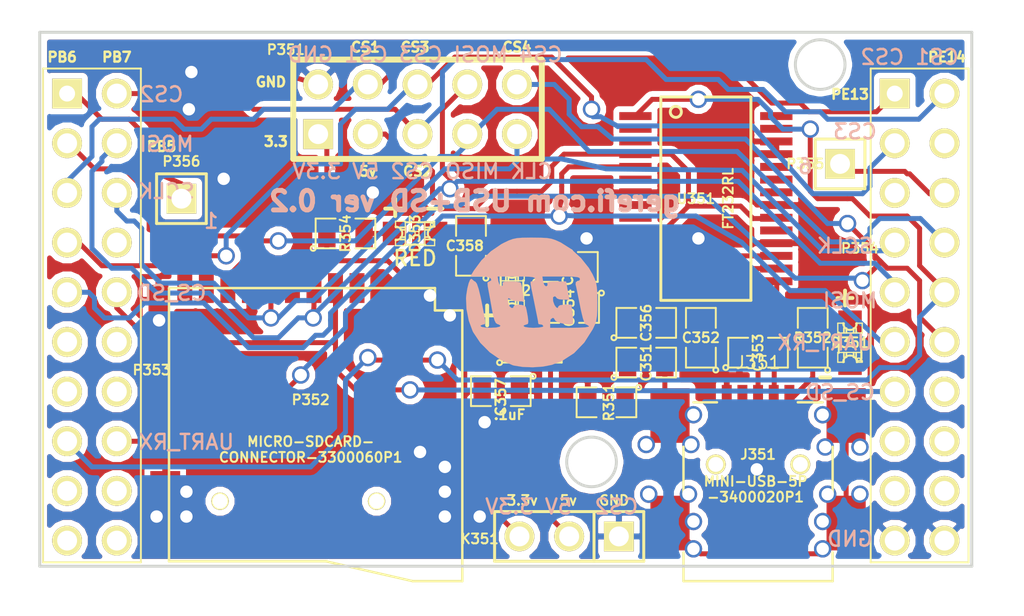
<source format=kicad_pcb>
(kicad_pcb (version 3) (host pcbnew "(2013-07-07 BZR 4022)-stable")
  (title_block (comment 2 Art_Electro) (comment 3 Art_Electro) (comment 4 Art_Electro))
  (layers (15 F.Cu signal) (0 B.Cu signal) (18 B.Paste user) (19 F.Paste user) (20 B.SilkS user) (21 F.SilkS user) (22 B.Mask user) (23 F.Mask user) (28 Edge.Cuts user))
  (net 0 "")
  (net 1 /3.3V)
  (net 2 /5V)
  (net 3 /CAN_TX)
  (net 4 /CS1)
  (net 5 /CS2)
  (net 6 /CS3)
  (net 7 /CS4)
  (net 8 /CS_SD_MODULE)
  (net 9 /SPI_MISO)
  (net 10 /SPI_MOSI)
  (net 11 /SPI_SCK)
  (net 12 /USART_RX)
  (net 13 /USART_TX)
  (net 14 GND)
  (net 15 N-000001)
  (net 16 N-0000011)
  (net 17 N-0000012)
  (net 18 N-0000013)
  (net 19 N-0000014)
  (net 20 N-0000015)
  (net 21 N-0000017)
  (net 22 N-0000018)
  (net 23 N-0000019)
  (net 24 N-000002)
  (net 25 N-0000024)
  (net 26 N-0000026)
  (net 27 N-0000027)
  (net 28 N-0000028)
  (net 29 N-0000029)
  (net 30 N-000003)
  (net 31 N-0000030)
  (net 32 N-0000031)
  (net 33 N-0000032)
  (net 34 N-0000033)
  (net 35 N-0000035)
  (net 36 N-0000037)
  (net 37 N-0000038)
  (net 38 N-0000039)
  (net 39 N-0000040)
  (net 40 N-0000041)
  (net 41 N-0000042)
  (net 42 N-0000043)
  (net 43 N-0000044)
  (net 44 N-0000045)
  (net 45 N-0000046)
  (net 46 N-0000047)
  (net 47 N-0000048)
  (net 48 N-0000049)
  (net 49 N-0000050)
  (net 50 N-0000051)
  (net 51 N-0000052)
  (net 52 N-0000053)
  (net 53 N-0000054)
  (net 54 N-0000055)
  (net 55 N-0000056)
  (net 56 N-0000058)
  (net 57 N-000009)
  (module SM0805 (layer F.Cu) (at 207.391 168.656)
    (fp_text reference C351 (at 0 0 90) (layer F.SilkS) (effects (font (size 0.50038 0.50038) (thickness 0.1016))))
    (fp_text value 4700pF hide)
    (pad 1 smd rect (at -0.9525 0) (size 0.889 1.397) (layers F.Cu F.Paste F.Mask) (net 14 GND))
    (pad 2 smd rect (at 0.9525 0) (size 0.889 1.397) (layers F.Cu F.Paste F.Mask) (net 24 N-000002))
  )
  (module SM0805 (layer F.Cu) (at 210.185 167.386 90)
    (fp_text reference C352 (at 0 0 180) (layer F.SilkS) (effects (font (size 0.50038 0.50038) (thickness 0.1016))))
    (fp_text value 47pF hide)
    (pad 1 smd rect (at -0.9525 0 90) (size 0.889 1.397) (layers F.Cu F.Paste F.Mask) (net 14 GND))
    (pad 2 smd rect (at 0.9525 0 90) (size 0.889 1.397) (layers F.Cu F.Paste F.Mask) (net 55 N-0000056))
  )
  (module SM0805 (layer F.Cu) (at 213.106 168.148)
    (fp_text reference C353 (at 0 0 90) (layer F.SilkS) (effects (font (size 0.50038 0.50038) (thickness 0.1016))))
    (fp_text value 47pF hide)
    (pad 1 smd rect (at -0.9525 0) (size 0.889 1.397) (layers F.Cu F.Paste F.Mask) (net 14 GND))
    (pad 2 smd rect (at 0.9525 0) (size 0.889 1.397) (layers F.Cu F.Paste F.Mask) (net 30 N-000003))
  )
  (module SM0805 (layer F.Cu) (at 203.454 165.862 180)
    (fp_text reference C354 (at 0 0 270) (layer F.SilkS) (effects (font (size 0.50038 0.50038) (thickness 0.1016))))
    (fp_text value 4.7uF hide)
    (pad 1 smd rect (at -0.9525 0 180) (size 0.889 1.397) (layers F.Cu F.Paste F.Mask) (net 2 /5V))
    (pad 2 smd rect (at 0.9525 0 180) (size 0.889 1.397) (layers F.Cu F.Paste F.Mask) (net 14 GND))
  )
  (module SM0805 (layer F.Cu) (at 203.3905 163.7665)
    (fp_text reference C355 (at 0 0 90) (layer F.SilkS) (effects (font (size 0.50038 0.50038) (thickness 0.1016))))
    (fp_text value .1uF hide)
    (pad 1 smd rect (at -0.9525 0) (size 0.889 1.397) (layers F.Cu F.Paste F.Mask) (net 14 GND))
    (pad 2 smd rect (at 0.9525 0) (size 0.889 1.397) (layers F.Cu F.Paste F.Mask) (net 2 /5V))
  )
  (module SM0805 (layer F.Cu) (at 207.391 166.624)
    (fp_text reference C356 (at 0 0 90) (layer F.SilkS) (effects (font (size 0.50038 0.50038) (thickness 0.1016))))
    (fp_text value .1uF hide)
    (pad 1 smd rect (at -0.9525 0) (size 0.889 1.397) (layers F.Cu F.Paste F.Mask) (net 14 GND))
    (pad 2 smd rect (at 0.9525 0) (size 0.889 1.397) (layers F.Cu F.Paste F.Mask) (net 38 N-0000039))
  )
  (module LED-0805 (layer F.Cu) (at 217.805 167.64 270)
    (fp_text reference D351 (at 0 0 360) (layer F.SilkS) (effects (font (size 0.50038 0.50038) (thickness 0.1016))))
    (fp_text value GREEN hide)
    (pad 1 smd rect (at -1.04902 0 270) (size 1.19888 1.19888) (layers F.Cu F.Paste F.Mask) (net 23 N-0000019))
    (pad 2 smd rect (at 1.04902 0 270) (size 1.19888 1.19888) (layers F.Cu F.Paste F.Mask) (net 14 GND))
  )
  (module LED-0805 (layer F.Cu) (at 200.533 164.973 90)
    (fp_text reference D352 (at 0 0 180) (layer F.SilkS) (effects (font (size 0.50038 0.50038) (thickness 0.1016))))
    (fp_text value RED hide)
    (pad 1 smd rect (at -1.04902 0 90) (size 1.19888 1.19888) (layers F.Cu F.Paste F.Mask) (net 47 N-0000048))
    (pad 2 smd rect (at 1.04902 0 90) (size 1.19888 1.19888) (layers F.Cu F.Paste F.Mask) (net 14 GND))
  )
  (module SM0805 (layer F.Cu) (at 205.359 170.688 180)
    (fp_text reference R351 (at -0.127 0 270) (layer F.SilkS) (effects (font (size 0.50038 0.50038) (thickness 0.1016))))
    (fp_text value 1M hide)
    (pad 1 smd rect (at -0.9525 0 180) (size 0.889 1.397) (layers F.Cu F.Paste F.Mask) (net 24 N-000002))
    (pad 2 smd rect (at 0.9525 0 180) (size 0.889 1.397) (layers F.Cu F.Paste F.Mask) (net 14 GND))
  )
  (module SM0805 (layer F.Cu) (at 215.9 167.386 90)
    (fp_text reference R352 (at 0 0 180) (layer F.SilkS) (effects (font (size 0.50038 0.50038) (thickness 0.1016))))
    (fp_text value 1k hide)
    (pad 1 smd rect (at -0.9525 0 90) (size 0.889 1.397) (layers F.Cu F.Paste F.Mask) (net 15 N-000001))
    (pad 2 smd rect (at 0.9525 0 90) (size 0.889 1.397) (layers F.Cu F.Paste F.Mask) (net 23 N-0000019))
  )
  (module SM0805 (layer F.Cu) (at 201.549 167.894)
    (fp_text reference R353 (at 0 0 90) (layer F.SilkS) (effects (font (size 0.50038 0.50038) (thickness 0.1016))))
    (fp_text value 1k hide)
    (pad 1 smd rect (at -0.9525 0) (size 0.889 1.397) (layers F.Cu F.Paste F.Mask) (net 47 N-0000048))
    (pad 2 smd rect (at 0.9525 0) (size 0.889 1.397) (layers F.Cu F.Paste F.Mask) (net 2 /5V))
  )
  (module ssop-28 (layer F.Cu) (at 210.439 160.274 270)
    (fp_text reference U351 (at 0 0.508 360) (layer F.SilkS) (effects (font (size 0.50038 0.50038) (thickness 0.1016))))
    (fp_text value FT232RL (at 0 -1.143 270) (layer F.SilkS) (effects (font (size 0.50038 0.50038) (thickness 0.09906))))
    (pad 7 smd rect (at -0.32512 3.59918 270) (size 0.4064 1.651) (layers F.Cu F.Paste F.Mask) (net 14 GND))
    (pad 8 smd rect (at 0.32512 3.59918 270) (size 0.4064 1.651) (layers F.Cu F.Paste F.Mask))
    (pad 9 smd rect (at 0.97536 3.59918 270) (size 0.4064 1.651) (layers F.Cu F.Paste F.Mask) (net 45 N-0000046))
    (pad 10 smd rect (at 1.6256 3.59918 270) (size 0.4064 1.651) (layers F.Cu F.Paste F.Mask) (net 44 N-0000045))
    (pad 25 smd rect (at -2.27584 -3.59918 270) (size 0.4064 1.651) (layers F.Cu F.Paste F.Mask) (net 14 GND))
    (pad 4 smd rect (at -2.27584 3.59918 270) (size 0.4064 1.651) (layers F.Cu F.Paste F.Mask) (net 2 /5V))
    (pad 5 smd rect (at -1.6256 3.59918 270) (size 0.4064 1.651) (layers F.Cu F.Paste F.Mask) (net 12 /USART_RX))
    (pad 6 smd rect (at -0.97536 3.59918 270) (size 0.4064 1.651) (layers F.Cu F.Paste F.Mask) (net 46 N-0000047))
    (pad 18 smd rect (at 2.27584 -3.59918 270) (size 0.4064 1.651) (layers F.Cu F.Paste F.Mask) (net 14 GND))
    (pad 19 smd rect (at 1.6256 -3.59918 270) (size 0.4064 1.651) (layers F.Cu F.Paste F.Mask) (net 48 N-0000049))
    (pad 20 smd rect (at 0.97536 -3.59918 270) (size 0.4064 1.651) (layers F.Cu F.Paste F.Mask) (net 2 /5V))
    (pad 21 smd rect (at 0.32512 -3.59918 270) (size 0.4064 1.651) (layers F.Cu F.Paste F.Mask) (net 14 GND))
    (pad 22 smd rect (at -0.32512 -3.59918 270) (size 0.4064 1.651) (layers F.Cu F.Paste F.Mask) (net 42 N-0000043))
    (pad 23 smd rect (at -0.97536 -3.59918 270) (size 0.4064 1.651) (layers F.Cu F.Paste F.Mask) (net 40 N-0000041))
    (pad 11 smd rect (at 2.27584 3.59918 270) (size 0.4064 1.651) (layers F.Cu F.Paste F.Mask) (net 43 N-0000044))
    (pad 24 smd rect (at -1.6256 -3.59918 270) (size 0.4064 1.651) (layers F.Cu F.Paste F.Mask))
    (pad 26 smd rect (at -2.92608 -3.59918 270) (size 0.4064 1.651) (layers F.Cu F.Paste F.Mask) (net 14 GND))
    (pad 27 smd rect (at -3.57378 -3.59918 270) (size 0.4064 1.651) (layers F.Cu F.Paste F.Mask) (net 37 N-0000038))
    (pad 28 smd rect (at -4.22402 -3.59918 270) (size 0.4064 1.651) (layers F.Cu F.Paste F.Mask) (net 50 N-0000051))
    (pad 1 smd rect (at -4.22402 3.59918 270) (size 0.4064 1.651) (layers F.Cu F.Paste F.Mask) (net 13 /USART_TX))
    (pad 2 smd rect (at -3.57378 3.59918 270) (size 0.4064 1.651) (layers F.Cu F.Paste F.Mask) (net 51 N-0000052))
    (pad 3 smd rect (at -2.92608 3.59918 270) (size 0.4064 1.651) (layers F.Cu F.Paste F.Mask) (net 49 N-0000050))
    (pad 12 smd rect (at 2.92608 3.59918 270) (size 0.4064 1.651) (layers F.Cu F.Paste F.Mask) (net 36 N-0000037))
    (pad 13 smd rect (at 3.57378 3.59918 270) (size 0.4064 1.651) (layers F.Cu F.Paste F.Mask) (net 41 N-0000042))
    (pad 14 smd rect (at 4.22402 3.59918 270) (size 0.4064 1.651) (layers F.Cu F.Paste F.Mask) (net 39 N-0000040))
    (pad 15 smd rect (at 4.22402 -3.59918 270) (size 0.4064 1.651) (layers F.Cu F.Paste F.Mask) (net 30 N-000003))
    (pad 16 smd rect (at 3.57378 -3.59918 270) (size 0.4064 1.651) (layers F.Cu F.Paste F.Mask) (net 55 N-0000056))
    (pad 17 smd rect (at 2.92608 -3.59918 270) (size 0.4064 1.651) (layers F.Cu F.Paste F.Mask) (net 38 N-0000039))
  )
  (module LED-0805 (layer F.Cu) (at 195.58 162.052)
    (fp_text reference D353 (at 0 0 90) (layer F.SilkS) (effects (font (size 0.50038 0.50038) (thickness 0.1016))))
    (fp_text value RED (at 0 1.27) (layer F.SilkS) (effects (font (size 0.762 0.762) (thickness 0.127))))
    (pad 1 smd rect (at -1.04902 0) (size 1.19888 1.19888) (layers F.Cu F.Paste F.Mask) (net 56 N-0000058))
    (pad 2 smd rect (at 1.04902 0) (size 1.19888 1.19888) (layers F.Cu F.Paste F.Mask) (net 14 GND))
  )
  (module SM0805 (layer F.Cu) (at 192.024 162.052)
    (fp_text reference R354 (at 0 0 90) (layer F.SilkS) (effects (font (size 0.50038 0.50038) (thickness 0.1016))))
    (fp_text value 1k hide)
    (pad 1 smd rect (at -0.9525 0) (size 0.889 1.397) (layers F.Cu F.Paste F.Mask) (net 1 /3.3V))
    (pad 2 smd rect (at 0.9525 0) (size 0.889 1.397) (layers F.Cu F.Paste F.Mask) (net 56 N-0000058))
  )
  (module PIN_ARRAY_3_A (layer F.Cu) (at 203.454 177.546 180)
    (fp_text reference K351 (at 4.572 -0.127 180) (layer F.SilkS) (effects (font (size 0.50038 0.50038) (thickness 0.1016))))
    (fp_text value CONN_3 hide)
    (pad 1 thru_hole rect (at -2.54 0 180) (size 1.524 1.524) (drill 1.016) (layers *.Cu *.Mask F.SilkS) (net 14 GND))
    (pad 2 thru_hole circle (at 0 0 180) (size 1.524 1.524) (drill 1.016) (layers *.Cu *.Mask F.SilkS) (net 2 /5V))
    (pad 3 thru_hole circle (at 2.54 0 180) (size 1.524 1.524) (drill 1.016) (layers *.Cu *.Mask F.SilkS) (net 1 /3.3V))
  )
  (module PIN_ARRAY_10X2 (layer F.Cu) (at 179.07 166.37 270)
    (fp_text reference P353 (at 2.667 -3.048 360) (layer F.SilkS) (effects (font (size 0.50038 0.50038) (thickness 0.1016))))
    (fp_text value CONN_10X2 hide)
    (pad 1 thru_hole rect (at -11.47064 1.27 270) (size 1.524 1.524) (drill 0.8128) (layers *.Cu *.Mask F.SilkS) (net 3 /CAN_TX))
    (pad 2 thru_hole circle (at -11.47064 -1.27 270) (size 1.524 1.524) (drill 1.016) (layers *.Cu *.Mask F.SilkS) (net 5 /CS2))
    (pad 3 thru_hole circle (at -8.93064 1.27 270) (size 1.524 1.524) (drill 1.016) (layers *.Cu *.Mask F.SilkS) (net 9 /SPI_MISO))
    (pad 4 thru_hole circle (at -8.93064 -1.27 270) (size 1.524 1.524) (drill 1.016) (layers *.Cu *.Mask F.SilkS) (net 10 /SPI_MOSI))
    (pad 5 thru_hole circle (at -6.39064 1.27 270) (size 1.524 1.524) (drill 1.016) (layers *.Cu *.Mask F.SilkS) (net 4 /CS1))
    (pad 6 thru_hole circle (at -6.39064 -1.27 270) (size 1.524 1.524) (drill 1.016) (layers *.Cu *.Mask F.SilkS) (net 11 /SPI_SCK))
    (pad 7 thru_hole circle (at -3.85064 1.27 270) (size 1.524 1.524) (drill 1.016) (layers *.Cu *.Mask F.SilkS) (net 6 /CS3))
    (pad 8 thru_hole circle (at -3.85064 -1.27 270) (size 1.524 1.524) (drill 1.016) (layers *.Cu *.Mask F.SilkS) (net 34 N-0000033))
    (pad 9 thru_hole circle (at -1.31064 1.27 270) (size 1.524 1.524) (drill 1.016) (layers *.Cu *.Mask F.SilkS) (net 7 /CS4))
    (pad 10 thru_hole circle (at -1.31064 -1.27 270) (size 1.524 1.524) (drill 1.016) (layers *.Cu *.Mask F.SilkS) (net 8 /CS_SD_MODULE))
    (pad 11 thru_hole circle (at 1.22936 1.27 270) (size 1.524 1.524) (drill 1.016) (layers *.Cu *.Mask F.SilkS) (net 29 N-0000029))
    (pad 12 thru_hole circle (at 1.22936 -1.27 270) (size 1.524 1.524) (drill 1.016) (layers *.Cu *.Mask F.SilkS) (net 33 N-0000032))
    (pad 13 thru_hole circle (at 3.76936 1.27 270) (size 1.524 1.524) (drill 1.016) (layers *.Cu *.Mask F.SilkS) (net 28 N-0000028))
    (pad 14 thru_hole circle (at 3.76936 -1.27 270) (size 1.524 1.524) (drill 1.016) (layers *.Cu *.Mask F.SilkS) (net 32 N-0000031))
    (pad 15 thru_hole circle (at 6.30936 1.27 270) (size 1.524 1.524) (drill 1.016) (layers *.Cu *.Mask F.SilkS) (net 13 /USART_TX))
    (pad 16 thru_hole circle (at 6.30936 -1.27 270) (size 1.524 1.524) (drill 1.016) (layers *.Cu *.Mask F.SilkS) (net 12 /USART_RX))
    (pad 17 thru_hole circle (at 8.84936 1.27 270) (size 1.524 1.524) (drill 1.016) (layers *.Cu *.Mask F.SilkS) (net 27 N-0000027))
    (pad 18 thru_hole circle (at 8.84936 -1.27 270) (size 1.524 1.524) (drill 1.016) (layers *.Cu *.Mask F.SilkS) (net 31 N-0000030))
    (pad 19 thru_hole circle (at 11.38936 1.27 270) (size 1.524 1.524) (drill 1.016) (layers *.Cu *.Mask F.SilkS) (net 26 N-0000026))
    (pad 20 thru_hole circle (at 11.38936 -1.27 270) (size 1.524 1.524) (drill 1.016) (layers *.Cu *.Mask F.SilkS) (net 25 N-0000024))
  )
  (module PIN_ARRAY_10X2 (layer F.Cu) (at 221.361 166.37 270)
    (fp_text reference P354 (at -3.556 3.048 360) (layer F.SilkS) (effects (font (size 0.50038 0.50038) (thickness 0.1016))))
    (fp_text value CONN_10X2 hide)
    (pad 1 thru_hole rect (at -11.47064 1.27 270) (size 1.524 1.524) (drill 0.8128) (layers *.Cu *.Mask F.SilkS) (net 4 /CS1))
    (pad 2 thru_hole circle (at -11.47064 -1.27 270) (size 1.524 1.524) (drill 1.016) (layers *.Cu *.Mask F.SilkS) (net 5 /CS2))
    (pad 3 thru_hole circle (at -8.93064 1.27 270) (size 1.524 1.524) (drill 1.016) (layers *.Cu *.Mask F.SilkS) (net 6 /CS3))
    (pad 4 thru_hole circle (at -8.93064 -1.27 270) (size 1.524 1.524) (drill 1.016) (layers *.Cu *.Mask F.SilkS) (net 57 N-000009))
    (pad 5 thru_hole circle (at -6.39064 1.27 270) (size 1.524 1.524) (drill 1.016) (layers *.Cu *.Mask F.SilkS) (net 22 N-0000018))
    (pad 6 thru_hole circle (at -6.39064 -1.27 270) (size 1.524 1.524) (drill 1.016) (layers *.Cu *.Mask F.SilkS) (net 21 N-0000017))
    (pad 7 thru_hole circle (at -3.85064 1.27 270) (size 1.524 1.524) (drill 1.016) (layers *.Cu *.Mask F.SilkS) (net 11 /SPI_SCK))
    (pad 8 thru_hole circle (at -3.85064 -1.27 270) (size 1.524 1.524) (drill 1.016) (layers *.Cu *.Mask F.SilkS) (net 9 /SPI_MISO))
    (pad 9 thru_hole circle (at -1.31064 1.27 270) (size 1.524 1.524) (drill 1.016) (layers *.Cu *.Mask F.SilkS) (net 10 /SPI_MOSI))
    (pad 10 thru_hole circle (at -1.31064 -1.27 270) (size 1.524 1.524) (drill 1.016) (layers *.Cu *.Mask F.SilkS) (net 13 /USART_TX))
    (pad 11 thru_hole circle (at 1.22936 1.27 270) (size 1.524 1.524) (drill 1.016) (layers *.Cu *.Mask F.SilkS) (net 12 /USART_RX))
    (pad 12 thru_hole circle (at 1.22936 -1.27 270) (size 1.524 1.524) (drill 1.016) (layers *.Cu *.Mask F.SilkS) (net 7 /CS4))
    (pad 13 thru_hole circle (at 3.76936 1.27 270) (size 1.524 1.524) (drill 1.016) (layers *.Cu *.Mask F.SilkS) (net 8 /CS_SD_MODULE))
    (pad 14 thru_hole circle (at 3.76936 -1.27 270) (size 1.524 1.524) (drill 1.016) (layers *.Cu *.Mask F.SilkS) (net 20 N-0000015))
    (pad 15 thru_hole circle (at 6.30936 1.27 270) (size 1.524 1.524) (drill 1.016) (layers *.Cu *.Mask F.SilkS) (net 19 N-0000014))
    (pad 16 thru_hole circle (at 6.30936 -1.27 270) (size 1.524 1.524) (drill 1.016) (layers *.Cu *.Mask F.SilkS) (net 18 N-0000013))
    (pad 17 thru_hole circle (at 8.84936 1.27 270) (size 1.524 1.524) (drill 1.016) (layers *.Cu *.Mask F.SilkS) (net 17 N-0000012))
    (pad 18 thru_hole circle (at 8.84936 -1.27 270) (size 1.524 1.524) (drill 1.016) (layers *.Cu *.Mask F.SilkS) (net 16 N-0000011))
    (pad 19 thru_hole circle (at 11.38936 1.27 270) (size 1.524 1.524) (drill 1.016) (layers *.Cu *.Mask F.SilkS) (net 14 GND))
    (pad 20 thru_hole circle (at 11.38936 -1.27 270) (size 1.524 1.524) (drill 1.016) (layers *.Cu *.Mask F.SilkS) (net 14 GND))
  )
  (module PIN_ARRAY_1 (layer F.Cu) (at 217.297 158.496)
    (fp_text reference P355 (at -1.778 0) (layer F.SilkS) (effects (font (size 0.50038 0.50038) (thickness 0.1016))))
    (fp_text value CONN_1 hide)
    (pad 1 thru_hole rect (at 0 0) (size 1.524 1.524) (drill 1.016) (layers *.Cu *.Mask F.SilkS) (net 21 N-0000017))
  )
  (module PIN_ARRAY_5x2 (layer F.Cu) (at 195.707 155.702)
    (fp_text reference P351 (at -6.731 -3.048) (layer F.SilkS) (effects (font (size 0.50038 0.50038) (thickness 0.1016))))
    (fp_text value CONN_5X2 hide)
    (pad 1 thru_hole rect (at -5.08 1.27) (size 1.524 1.524) (drill 1.016) (layers *.Cu *.Mask F.SilkS) (net 1 /3.3V))
    (pad 2 thru_hole circle (at -5.08 -1.27) (size 1.524 1.524) (drill 1.016) (layers *.Cu *.Mask F.SilkS) (net 14 GND))
    (pad 3 thru_hole circle (at -2.54 1.27) (size 1.524 1.524) (drill 1.016) (layers *.Cu *.Mask F.SilkS) (net 2 /5V))
    (pad 4 thru_hole circle (at -2.54 -1.27) (size 1.524 1.524) (drill 1.016) (layers *.Cu *.Mask F.SilkS) (net 4 /CS1))
    (pad 5 thru_hole circle (at 0 1.27) (size 1.524 1.524) (drill 1.016) (layers *.Cu *.Mask F.SilkS) (net 5 /CS2))
    (pad 6 thru_hole circle (at 0 -1.27) (size 1.524 1.524) (drill 1.016) (layers *.Cu *.Mask F.SilkS) (net 6 /CS3))
    (pad 7 thru_hole circle (at 2.54 1.27) (size 1.524 1.524) (drill 1.016) (layers *.Cu *.Mask F.SilkS) (net 9 /SPI_MISO))
    (pad 8 thru_hole circle (at 2.54 -1.27) (size 1.524 1.524) (drill 1.016) (layers *.Cu *.Mask F.SilkS) (net 10 /SPI_MOSI))
    (pad 9 thru_hole circle (at 5.08 1.27) (size 1.524 1.524) (drill 1.016) (layers *.Cu *.Mask F.SilkS) (net 11 /SPI_SCK))
    (pad 10 thru_hole circle (at 5.08 -1.27) (size 1.524 1.524) (drill 1.016) (layers *.Cu *.Mask F.SilkS) (net 7 /CS4))
  )
  (module PIN_ARRAY_1 (layer F.Cu) (at 183.642 160.274)
    (fp_text reference P356 (at 0 -1.905) (layer F.SilkS) (effects (font (size 0.50038 0.50038) (thickness 0.1016))))
    (fp_text value CONN_1 hide)
    (pad 1 thru_hole rect (at 0 0) (size 1.524 1.524) (drill 1.016) (layers *.Cu *.Mask F.SilkS) (net 3 /CAN_TX))
  )
  (module LOGO_F (layer B.Cu) (at 201.549 165.608)
    (fp_text reference G305 hide)
    (fp_text value LOGO hide)
  )
  (module SM0805 (layer F.Cu) (at 199.9615 170.1165 180)
    (fp_text reference C357 (at 0 -0.3175 270) (layer F.SilkS) (effects (font (size 0.50038 0.50038) (thickness 0.10922))))
    (fp_text value .1uF (at -0.4445 -1.2065 180) (layer F.SilkS) (effects (font (size 0.50038 0.50038) (thickness 0.10922))))
    (pad 1 smd rect (at -0.9525 0 180) (size 0.889 1.397) (layers F.Cu F.Paste F.Mask) (net 14 GND))
    (pad 2 smd rect (at 0.9525 0 180) (size 0.889 1.397) (layers F.Cu F.Paste F.Mask) (net 1 /3.3V))
  )
  (module SM0805 (layer F.Cu) (at 198.4375 162.687 90)
    (fp_text reference C358 (at 0 -0.3175 180) (layer F.SilkS) (effects (font (size 0.50038 0.50038) (thickness 0.10922))))
    (fp_text value 4.7uF hide)
    (pad 1 smd rect (at -0.9525 0 90) (size 0.889 1.397) (layers F.Cu F.Paste F.Mask) (net 1 /3.3V))
    (pad 2 smd rect (at 0.9525 0 90) (size 0.889 1.397) (layers F.Cu F.Paste F.Mask) (net 14 GND))
  )
  (module MINI-USB-5P-3400020P1 (layer F.Cu) (at 213.106 175.26)
    (fp_text reference J351 (at 0 -6.604) (layer F.SilkS) (effects (font (size 0.635 0.635) (thickness 0.0889))))
    (fp_text value J351 (at 0 -1.905) (layer F.SilkS) (effects (font (size 0.50038 0.50038) (thickness 0.1016))))
    (pad 5 smd rect (at -1.6 -4.191) (size 0.508 2.54) (layers F.Cu F.Paste F.Mask) (net 14 GND))
    (pad 4 smd rect (at -0.8 -4.191) (size 0.508 2.54) (layers F.Cu F.Paste F.Mask) (net 35 N-0000035))
    (pad 3 smd rect (at 0 -4.191) (size 0.508 2.54) (layers F.Cu F.Paste F.Mask) (net 55 N-0000056))
    (pad 2 smd rect (at 0.8 -4.191) (size 0.508 2.54) (layers F.Cu F.Paste F.Mask) (net 30 N-000003))
    (pad 1 smd rect (at 1.6 -4.191) (size 0.508 2.54) (layers F.Cu F.Paste F.Mask) (net 15 N-000001))
    (pad 6 smd rect (at -4.5 1.603 90) (size 2.794 2) (layers F.Cu F.Paste F.Mask) (net 24 N-000002))
    (pad 6 smd rect (at 4.5 1.603 90) (size 2.794 2) (layers F.Cu F.Paste F.Mask) (net 24 N-000002))
    (pad 6 smd rect (at -4.5 -3.897 90) (size 2.794 2) (layers F.Cu F.Paste F.Mask) (net 24 N-000002))
    (pad 6 smd rect (at 4.5 -3.897 90) (size 2.794 2) (layers F.Cu F.Paste F.Mask) (net 24 N-000002))
    (pad "" thru_hole circle (at -2.159 -1.397 90) (size 1.016 1.016) (drill 0.762) (layers *.Cu *.Mask F.SilkS))
    (pad "" thru_hole circle (at 2.159 -1.397 90) (size 1.016 1.016) (drill 0.762) (layers *.Cu *.Mask F.SilkS))
  )
  (module MICRO-SDCARD-CONNECTOR-3300060P1 (layer F.Cu) (at 190.5 172.339 270)
    (fp_text reference P352 (at -1.778 0.254 360) (layer F.SilkS) (effects (font (size 0.50038 0.50038) (thickness 0.1016))))
    (fp_text value MICRO-SDCARD-CONNECTOR-3300060P1 hide)
    (pad 1 smd rect (at -7.493 -2.114 270) (size 1.524 0.762) (layers F.Cu F.Paste F.Mask) (net 54 N-0000055))
    (pad 2 smd rect (at -7.493 -1.014 270) (size 1.524 0.762) (layers F.Cu F.Paste F.Mask) (net 8 /CS_SD_MODULE))
    (pad 3 smd rect (at -7.493 0.086 270) (size 1.524 0.762) (layers F.Cu F.Paste F.Mask) (net 10 /SPI_MOSI))
    (pad 4 smd rect (at -7.493 1.186 270) (size 1.524 0.762) (layers F.Cu F.Paste F.Mask) (net 1 /3.3V))
    (pad 5 smd rect (at -7.493 2.286 270) (size 1.524 0.762) (layers F.Cu F.Paste F.Mask) (net 11 /SPI_SCK))
    (pad 6 smd rect (at -7.493 3.386 270) (size 1.524 0.762) (layers F.Cu F.Paste F.Mask) (net 14 GND))
    (pad 7 smd rect (at -7.493 4.486 270) (size 1.524 0.762) (layers F.Cu F.Paste F.Mask) (net 9 /SPI_MISO))
    (pad 8 smd rect (at -7.493 5.586 270) (size 1.524 0.762) (layers F.Cu F.Paste F.Mask) (net 53 N-0000054))
    (pad 9 smd rect (at -7.493 6.686 270) (size 1.524 0.762) (layers F.Cu F.Paste F.Mask) (net 52 N-0000053))
    (pad G1 smd rect (at -6.893 8.032 270) (size 1.524 1.016) (layers F.Cu F.Paste F.Mask) (net 14 GND))
    (pad G2 smd rect (at 2.88 7.686 270) (size 2.032 1.524) (layers F.Cu F.Paste F.Mask) (net 14 GND))
    (pad G3 smd rect (at 2.88 -7.714 270) (size 2.032 1.524) (layers F.Cu F.Paste F.Mask) (net 14 GND))
    (pad G4 smd rect (at -7.101 -6.895 270) (size 1.524 1.524) (layers F.Cu F.Paste F.Mask) (net 14 GND))
    (pad "" thru_hole circle (at 3.407 4.886 270) (size 0.889 0.889) (drill 0.762) (layers *.Cu *.Mask F.SilkS))
    (pad "" thru_hole circle (at 3.407 -3.114 270) (size 0.889 0.889) (drill 0.762) (layers *.Cu *.Mask F.SilkS))
  )
  (gr_text 6 (at 215.519 158.623) (layer B.SilkS) (effects (font (size 0.762 0.762) (thickness 0.127)) (justify mirror)))
  (gr_text 1 (at 185.166 161.417) (layer B.SilkS) (effects (font (size 0.762 0.762) (thickness 0.127)) (justify mirror)))
  (gr_text "CLK MISO CS2 5V 3.3V" (at 195.961 158.877) (layer B.SilkS) (effects (font (size 0.762 0.762) (thickness 0.127)) (justify mirror)))
  (gr_text "CS4 MOSI CS3 CS1 GND" (at 196.088 152.908) (layer B.SilkS) (effects (font (size 0.762 0.762) (thickness 0.127)) (justify mirror)))
  (gr_text "CS2  5V 3.3V" (at 203.073 176.022) (layer B.SilkS) (effects (font (size 0.762 0.762) (thickness 0.127)) (justify mirror)))
  (gr_text MOSI (at 182.88 157.48) (layer B.SilkS) (effects (font (size 0.762 0.762) (thickness 0.127)) (justify mirror)))
  (gr_text UART_RX (at 183.896 172.72) (layer B.SilkS) (effects (font (size 0.762 0.762) (thickness 0.127)) (justify mirror)))
  (gr_text CS_SD (at 183.134 165.1) (layer B.SilkS) (effects (font (size 0.762 0.762) (thickness 0.127)) (justify mirror)))
  (gr_text SCLK (at 182.88 159.893) (layer B.SilkS) (effects (font (size 0.762 0.762) (thickness 0.127)) (justify mirror)))
  (gr_text GND (at 217.805 177.673) (layer B.SilkS) (effects (font (size 0.762 0.762) (thickness 0.127)) (justify mirror)))
  (gr_text CS_SD (at 217.297 170.18) (layer B.SilkS) (effects (font (size 0.762 0.762) (thickness 0.127)) (justify mirror)))
  (gr_text UART_RX (at 216.535 167.64) (layer B.SilkS) (effects (font (size 0.762 0.762) (thickness 0.127)) (justify mirror)))
  (gr_text CS2 (at 182.626 154.94) (layer B.SilkS) (effects (font (size 0.762 0.762) (thickness 0.127)) (justify mirror)))
  (gr_text MOSI (at 217.805 165.481) (layer B.SilkS) (effects (font (size 0.762 0.762) (thickness 0.127)) (justify mirror)))
  (gr_text SCLK (at 217.551 162.687) (layer B.SilkS) (effects (font (size 0.762 0.762) (thickness 0.127)) (justify mirror)))
  (gr_text CS3 (at 218.059 156.845) (layer B.SilkS) (effects (font (size 0.762 0.762) (thickness 0.127)) (justify mirror)))
  (gr_text "CS1 CS2" (at 220.853 153.035) (layer B.SilkS) (effects (font (size 0.762 0.762) (thickness 0.127)) (justify mirror)))
  (gr_line (start 194.945 160.782) (end 195.072 160.782) (angle 90) (layer F.SilkS) (width 0.2))
  (gr_line (start 194.564 161.163) (end 194.564 160.274) (angle 90) (layer F.SilkS) (width 0.2))
  (gr_line (start 194.056 160.782) (end 194.945 160.782) (angle 90) (layer F.SilkS) (width 0.2))
  (gr_line (start 196.215 160.782) (end 196.977 160.782) (angle 90) (layer F.SilkS) (width 0.2))
  (gr_line (start 199.263 165.735) (end 199.263 166.751) (angle 90) (layer F.SilkS) (width 0.2))
  (gr_line (start 198.882 166.243) (end 199.644 166.243) (angle 90) (layer F.SilkS) (width 0.2))
  (gr_line (start 200.152 162.814) (end 200.787 162.814) (angle 90) (layer F.SilkS) (width 0.2))
  (gr_line (start 216.789 169.418) (end 216.281 169.418) (angle 90) (layer F.SilkS) (width 0.2))
  (gr_line (start 217.551 165.735) (end 217.551 164.973) (angle 90) (layer F.SilkS) (width 0.2))
  (gr_line (start 217.17 165.354) (end 217.932 165.354) (angle 90) (layer F.SilkS) (width 0.2))
  (gr_text PB5 (at 182.626 157.607) (layer F.SilkS) (effects (font (size 0.50038 0.50038) (thickness 0.125095))))
  (gr_text CS2 (at 195.707 158.877) (layer F.SilkS) (effects (font (size 0.50038 0.50038) (thickness 0.125095))))
  (gr_text CS4 (at 200.787 152.527) (layer F.SilkS) (effects (font (size 0.50038 0.50038) (thickness 0.125095))))
  (gr_text CS3 (at 195.58 152.527) (layer F.SilkS) (effects (font (size 0.50038 0.50038) (thickness 0.125095))))
  (gr_text CS1 (at 193.04 152.527) (layer F.SilkS) (effects (font (size 0.50038 0.50038) (thickness 0.125095))))
  (gr_text 5v (at 193.167 158.877) (layer F.SilkS) (effects (font (size 0.50038 0.50038) (thickness 0.125095))))
  (gr_text 3.3 (at 188.468 157.353) (layer F.SilkS) (effects (font (size 0.50038 0.50038) (thickness 0.125095))))
  (gr_text PB7 (at 180.34 153.035) (layer F.SilkS) (effects (font (size 0.50038 0.50038) (thickness 0.125095))))
  (gr_text PB6 (at 177.546 153.035) (layer F.SilkS) (effects (font (size 0.50038 0.50038) (thickness 0.125095))))
  (gr_text GND (at 188.214 154.305) (layer F.SilkS) (effects (font (size 0.50038 0.50038) (thickness 0.125095))))
  (gr_text PE14 (at 222.758 153.035) (layer F.SilkS) (effects (font (size 0.50038 0.50038) (thickness 0.125095))))
  (gr_text PE13 (at 217.805 154.94) (layer F.SilkS) (effects (font (size 0.50038 0.50038) (thickness 0.125095))))
  (gr_text "3.3v   5v   GND" (at 203.3905 175.7045) (layer F.SilkS) (effects (font (size 0.50038 0.50038) (thickness 0.1016))))
  (gr_text "gerefi.com USB+SD ver 0.2" (at 198.628 160.401) (layer B.SilkS) (effects (font (size 1 1) (thickness 0.25)) (justify mirror)))
  (gr_text "MINI-USB-5P\n-3400020P1" (at 212.979 175.133) (layer F.SilkS) (effects (font (size 0.50038 0.50038) (thickness 0.1016))))
  (gr_text "MICRO-SDCARD-\nCONNECTOR-3300060P1" (at 190.246 173.101) (layer F.SilkS) (effects (font (size 0.50038 0.50038) (thickness 0.1016))))
  (gr_line (start 224.028 179.07) (end 224.028 151.765) (angle 90) (layer Edge.Cuts) (width 0.15))
  (gr_line (start 224.028 151.765) (end 176.403 151.765) (angle 90) (layer Edge.Cuts) (width 0.15))
  (gr_line (start 176.403 179.07) (end 224.028 179.07) (angle 90) (layer Edge.Cuts) (width 0.15))
  (gr_line (start 176.403 151.765) (end 176.403 179.07) (angle 90) (layer Edge.Cuts) (width 0.15))
  (gr_circle (center 204.597 173.736) (end 205.867 173.736) (layer Edge.Cuts) (width 0.15))
  (gr_circle (center 216.281 153.416) (end 217.551 153.416) (layer Edge.Cuts) (width 0.15))
  (segment (start 198.12 172.466) (end 198.12 173.482) (width 0.254) (layer F.Cu) (net 1))
  (segment (start 198.12 170.3705) (end 198.12 172.466) (width 0.254) (layer F.Cu) (net 1))
  (segment (start 199.644 176.276) (end 200.914 177.546) (width 0.254) (layer F.Cu) (net 1))
  (segment (start 199.644 174.1805) (end 199.644 176.276) (width 0.254) (layer F.Cu) (net 1))
  (segment (start 199.1995 173.736) (end 199.644 174.1805) (width 0.254) (layer F.Cu) (net 1))
  (segment (start 198.374 173.736) (end 199.1995 173.736) (width 0.254) (layer F.Cu) (net 1))
  (segment (start 198.12 173.482) (end 198.374 173.736) (width 0.254) (layer F.Cu) (net 1))
  (segment (start 198.4375 163.6395) (end 195.326 163.6395) (width 0.254) (layer F.Cu) (net 1))
  (segment (start 195.326 163.6395) (end 194.84975 164.11575) (width 0.254) (layer F.Cu) (net 1))
  (segment (start 199.009 170.1165) (end 198.374 170.1165) (width 0.254) (layer F.Cu) (net 1))
  (segment (start 198.374 170.1165) (end 198.12 170.3705) (width 0.254) (layer F.Cu) (net 1))
  (segment (start 191.0715 162.052) (end 191.0715 157.4165) (width 0.254) (layer F.Cu) (net 1))
  (segment (start 191.0715 157.4165) (end 190.627 156.972) (width 0.254) (layer F.Cu) (net 1))
  (segment (start 191.0715 162.052) (end 191.0715 163.449) (width 0.254) (layer F.Cu) (net 1))
  (segment (start 191.0715 163.449) (end 191.135 163.449) (width 0.254) (layer F.Cu) (net 1))
  (segment (start 190.5635 163.449) (end 189.865 163.449) (width 0.254) (layer F.Cu) (net 1))
  (segment (start 190.627 163.449) (end 191.135 163.449) (width 0.254) (layer F.Cu) (net 1))
  (segment (start 190.5635 163.449) (end 190.627 163.449) (width 0.254) (layer F.Cu) (net 1))
  (segment (start 189.865 163.449) (end 189.314 164) (width 0.254) (layer F.Cu) (net 1))
  (segment (start 189.314 164) (end 189.314 164.846) (width 0.254) (layer F.Cu) (net 1))
  (segment (start 195.453 164.719) (end 195.453 165.862) (width 0.254) (layer F.Cu) (net 1))
  (segment (start 195.453 165.862) (end 196.977 167.386) (width 0.254) (layer F.Cu) (net 1))
  (segment (start 196.977 167.386) (end 198.12 168.529) (width 0.254) (layer F.Cu) (net 1))
  (segment (start 198.12 168.529) (end 198.12 170.3705) (width 0.254) (layer F.Cu) (net 1))
  (segment (start 191.135 163.449) (end 194.183 163.449) (width 0.254) (layer F.Cu) (net 1))
  (segment (start 194.183 163.449) (end 194.84975 164.11575) (width 0.254) (layer F.Cu) (net 1))
  (segment (start 194.84975 164.11575) (end 195.453 164.719) (width 0.254) (layer F.Cu) (net 1))
  (segment (start 202.5015 167.894) (end 202.5015 171.7675) (width 0.254) (layer F.Cu) (net 2))
  (segment (start 201.549 175.641) (end 203.454 177.546) (width 0.254) (layer F.Cu) (net 2))
  (segment (start 201.549 172.72) (end 201.549 175.641) (width 0.254) (layer F.Cu) (net 2))
  (segment (start 202.5015 171.7675) (end 201.549 172.72) (width 0.254) (layer F.Cu) (net 2))
  (segment (start 204.4065 165.862) (end 204.4065 163.83) (width 0.254) (layer F.Cu) (net 2))
  (segment (start 204.4065 163.83) (end 204.343 163.7665) (width 0.254) (layer F.Cu) (net 2))
  (segment (start 193.167 156.972) (end 194.056 156.972) (width 0.254) (layer F.Cu) (net 2))
  (segment (start 202.565 159.385) (end 202.565 158.623) (width 0.254) (layer F.Cu) (net 2))
  (segment (start 202.565 158.623) (end 203.18984 157.99816) (width 0.254) (layer F.Cu) (net 2))
  (segment (start 203.18984 157.99816) (end 206.83982 157.99816) (width 0.254) (layer F.Cu) (net 2))
  (segment (start 198.12 160.782) (end 197.739 160.782) (width 0.254) (layer F.Cu) (net 2))
  (segment (start 198.628 160.782) (end 198.12 160.782) (width 0.254) (layer F.Cu) (net 2))
  (segment (start 202.057 159.893) (end 202.565 159.385) (width 0.254) (layer F.Cu) (net 2))
  (segment (start 199.517 159.893) (end 198.628 160.782) (width 0.254) (layer F.Cu) (net 2))
  (segment (start 200.787 159.893) (end 199.517 159.893) (width 0.254) (layer F.Cu) (net 2))
  (segment (start 200.787 159.893) (end 202.057 159.893) (width 0.254) (layer F.Cu) (net 2))
  (segment (start 196.977 160.782) (end 197.739 160.782) (width 0.254) (layer F.Cu) (net 2))
  (segment (start 196.469 160.274) (end 196.977 160.782) (width 0.254) (layer F.Cu) (net 2))
  (segment (start 196.469 158.877) (end 196.469 160.274) (width 0.254) (layer F.Cu) (net 2))
  (segment (start 195.961 158.369) (end 196.469 158.877) (width 0.254) (layer F.Cu) (net 2))
  (segment (start 194.945 158.369) (end 195.961 158.369) (width 0.254) (layer F.Cu) (net 2))
  (segment (start 194.564 157.988) (end 194.945 158.369) (width 0.254) (layer F.Cu) (net 2))
  (segment (start 194.564 157.48) (end 194.564 157.988) (width 0.254) (layer F.Cu) (net 2))
  (segment (start 194.056 156.972) (end 194.564 157.48) (width 0.254) (layer F.Cu) (net 2))
  (segment (start 209.55 160.655) (end 212.217 160.655) (width 0.254) (layer F.Cu) (net 2))
  (segment (start 213.99754 161.29) (end 214.03818 161.24936) (width 0.254) (layer F.Cu) (net 2))
  (segment (start 212.852 161.29) (end 213.99754 161.29) (width 0.254) (layer F.Cu) (net 2))
  (segment (start 212.598 161.036) (end 212.852 161.29) (width 0.254) (layer F.Cu) (net 2))
  (segment (start 212.217 160.655) (end 212.598 161.036) (width 0.254) (layer F.Cu) (net 2))
  (segment (start 209.55 159.258) (end 209.55 158.877) (width 0.254) (layer F.Cu) (net 2))
  (segment (start 209.55 160.655) (end 209.55 159.258) (width 0.254) (layer F.Cu) (net 2))
  (segment (start 208.67116 157.99816) (end 206.83982 157.99816) (width 0.254) (layer F.Cu) (net 2))
  (segment (start 209.55 158.877) (end 208.67116 157.99816) (width 0.254) (layer F.Cu) (net 2))
  (segment (start 208.534 163.957) (end 208.534 164.592) (width 0.254) (layer F.Cu) (net 2))
  (segment (start 208.534 162.179) (end 208.534 163.957) (width 0.254) (layer F.Cu) (net 2))
  (segment (start 205.0415 165.227) (end 204.4065 165.862) (width 0.254) (layer F.Cu) (net 2))
  (segment (start 207.899 165.227) (end 205.0415 165.227) (width 0.254) (layer F.Cu) (net 2))
  (segment (start 208.534 164.592) (end 207.899 165.227) (width 0.254) (layer F.Cu) (net 2))
  (segment (start 202.5015 167.894) (end 203.454 167.894) (width 0.254) (layer F.Cu) (net 2))
  (segment (start 204.4065 166.9415) (end 204.4065 165.862) (width 0.254) (layer F.Cu) (net 2))
  (segment (start 203.454 167.894) (end 204.4065 166.9415) (width 0.254) (layer F.Cu) (net 2))
  (segment (start 208.534 162.052) (end 208.534 161.671) (width 0.254) (layer F.Cu) (net 2))
  (segment (start 208.534 161.671) (end 209.55 160.655) (width 0.254) (layer F.Cu) (net 2))
  (segment (start 209.55 160.655) (end 209.59064 160.61436) (width 0.254) (layer F.Cu) (net 2))
  (segment (start 209.50936 160.61436) (end 209.59064 160.61436) (width 0.254) (layer F.Cu) (net 2))
  (segment (start 177.8 154.89936) (end 178.26736 154.89936) (width 0.254) (layer F.Cu) (net 3))
  (segment (start 183.642 159.512) (end 183.642 160.274) (width 0.254) (layer F.Cu) (net 3))
  (segment (start 181.61 158.623) (end 183.642 159.512) (width 0.254) (layer F.Cu) (net 3))
  (segment (start 181.61 156.845) (end 181.61 158.623) (width 0.254) (layer F.Cu) (net 3))
  (segment (start 180.975 156.21) (end 181.61 156.845) (width 0.254) (layer F.Cu) (net 3))
  (segment (start 179.578 156.21) (end 180.975 156.21) (width 0.254) (layer F.Cu) (net 3))
  (segment (start 178.26736 154.89936) (end 179.578 156.21) (width 0.254) (layer F.Cu) (net 3))
  (segment (start 203.1365 152.527) (end 210.947 152.527) (width 0.254) (layer F.Cu) (net 4))
  (segment (start 212.1535 153.7335) (end 213.8045 155.3845) (width 0.254) (layer F.Cu) (net 4))
  (segment (start 213.8045 155.3845) (end 215.265 155.3845) (width 0.254) (layer F.Cu) (net 4))
  (segment (start 215.265 155.3845) (end 215.7095 155.829) (width 0.254) (layer F.Cu) (net 4))
  (segment (start 215.7095 155.829) (end 219.16136 155.829) (width 0.254) (layer F.Cu) (net 4))
  (segment (start 219.16136 155.829) (end 220.091 154.89936) (width 0.254) (layer F.Cu) (net 4))
  (segment (start 210.947 152.527) (end 212.1535 153.7335) (width 0.254) (layer F.Cu) (net 4))
  (segment (start 193.802 154.432) (end 195.707 152.527) (width 0.254) (layer F.Cu) (net 4))
  (segment (start 195.707 152.527) (end 203.1365 152.527) (width 0.254) (layer F.Cu) (net 4))
  (segment (start 203.1365 152.527) (end 203.2 152.527) (width 0.254) (layer F.Cu) (net 4))
  (segment (start 193.167 154.432) (end 193.802 154.432) (width 0.254) (layer F.Cu) (net 4))
  (segment (start 193.167 154.432) (end 192.659 154.432) (width 0.254) (layer B.Cu) (net 4))
  (segment (start 183.769 156.718) (end 184.658 156.718) (width 0.254) (layer B.Cu) (net 4))
  (segment (start 184.658 156.718) (end 185.166 156.21) (width 0.254) (layer B.Cu) (net 4))
  (segment (start 185.166 156.21) (end 187.325 156.21) (width 0.254) (layer B.Cu) (net 4))
  (segment (start 183.261 156.21) (end 183.769 156.718) (width 0.254) (layer B.Cu) (net 4))
  (segment (start 179.451 156.21) (end 183.261 156.21) (width 0.254) (layer B.Cu) (net 4))
  (segment (start 179.07 158.115) (end 179.07 156.591) (width 0.254) (layer B.Cu) (net 4))
  (segment (start 177.8 159.385) (end 179.07 158.115) (width 0.254) (layer B.Cu) (net 4))
  (segment (start 177.8 159.385) (end 177.8 159.97936) (width 0.254) (layer B.Cu) (net 4))
  (segment (start 179.07 156.591) (end 179.451 156.21) (width 0.254) (layer B.Cu) (net 4))
  (segment (start 187.833 155.702) (end 187.325 156.21) (width 0.254) (layer B.Cu) (net 4))
  (segment (start 191.389 155.702) (end 187.833 155.702) (width 0.254) (layer B.Cu) (net 4))
  (segment (start 192.659 154.432) (end 191.389 155.702) (width 0.254) (layer B.Cu) (net 4))
  (segment (start 193.802 154.559) (end 193.167 154.559) (width 0.254) (layer F.Cu) (net 4))
  (segment (start 196.977 154.051) (end 196.977 153.797) (width 0.254) (layer B.Cu) (net 5))
  (segment (start 221.32036 156.21) (end 222.631 154.89936) (width 0.254) (layer B.Cu) (net 5))
  (segment (start 216.662 156.21) (end 221.32036 156.21) (width 0.254) (layer B.Cu) (net 5))
  (segment (start 216.281 155.829) (end 216.662 156.21) (width 0.254) (layer B.Cu) (net 5))
  (segment (start 214.503 155.829) (end 216.281 155.829) (width 0.254) (layer B.Cu) (net 5))
  (segment (start 213.36 154.686) (end 214.503 155.829) (width 0.254) (layer B.Cu) (net 5))
  (segment (start 211.582 154.686) (end 213.36 154.686) (width 0.254) (layer B.Cu) (net 5))
  (segment (start 211.074 154.178) (end 211.582 154.686) (width 0.254) (layer B.Cu) (net 5))
  (segment (start 208.407 154.178) (end 211.074 154.178) (width 0.254) (layer B.Cu) (net 5))
  (segment (start 207.391 153.162) (end 208.407 154.178) (width 0.254) (layer B.Cu) (net 5))
  (segment (start 197.612 153.162) (end 207.391 153.162) (width 0.254) (layer B.Cu) (net 5))
  (segment (start 196.977 153.797) (end 197.612 153.162) (width 0.254) (layer B.Cu) (net 5))
  (segment (start 195.707 156.972) (end 195.707 156.845) (width 0.254) (layer B.Cu) (net 5))
  (segment (start 196.977 155.575) (end 196.977 154.051) (width 0.254) (layer B.Cu) (net 5))
  (segment (start 196.977 154.051) (end 196.977 154.000202) (width 0.254) (layer B.Cu) (net 5))
  (segment (start 195.707 156.845) (end 196.977 155.575) (width 0.254) (layer B.Cu) (net 5))
  (segment (start 180.34 154.89936) (end 186.52236 154.89936) (width 0.254) (layer F.Cu) (net 5))
  (segment (start 194.564 155.702) (end 195.707 156.972) (width 0.254) (layer F.Cu) (net 5))
  (segment (start 187.325 155.702) (end 194.564 155.702) (width 0.254) (layer F.Cu) (net 5))
  (segment (start 186.52236 154.89936) (end 187.325 155.702) (width 0.254) (layer F.Cu) (net 5))
  (segment (start 201.422 153.035) (end 202.565 153.035) (width 0.254) (layer F.Cu) (net 6))
  (segment (start 196.215 154.432) (end 197.612 153.035) (width 0.254) (layer F.Cu) (net 6))
  (segment (start 197.612 153.035) (end 201.422 153.035) (width 0.254) (layer F.Cu) (net 6))
  (segment (start 195.707 154.432) (end 196.215 154.432) (width 0.254) (layer F.Cu) (net 6))
  (segment (start 204.597 155.067) (end 204.597 155.702) (width 0.254) (layer F.Cu) (net 6))
  (segment (start 202.565 153.035) (end 204.597 155.067) (width 0.254) (layer F.Cu) (net 6))
  (segment (start 191.77 158.496) (end 189.611 158.496) (width 0.254) (layer B.Cu) (net 6))
  (segment (start 178.39436 162.51936) (end 179.578 163.703) (width 0.254) (layer F.Cu) (net 6))
  (segment (start 179.578 163.703) (end 182.372 163.703) (width 0.254) (layer F.Cu) (net 6))
  (segment (start 182.372 163.703) (end 182.88 163.195) (width 0.254) (layer F.Cu) (net 6))
  (segment (start 177.8 162.51936) (end 178.39436 162.51936) (width 0.254) (layer F.Cu) (net 6))
  (segment (start 182.88 163.195) (end 185.928 163.195) (width 0.254) (layer F.Cu) (net 6))
  (via (at 185.928 163.195) (size 0.889) (layers F.Cu B.Cu) (net 6))
  (segment (start 195.453 154.432) (end 194.183 155.702) (width 0.254) (layer B.Cu) (net 6))
  (segment (start 194.183 155.702) (end 192.532 155.702) (width 0.254) (layer B.Cu) (net 6))
  (segment (start 192.532 155.702) (end 191.77 156.464) (width 0.254) (layer B.Cu) (net 6))
  (segment (start 191.77 156.464) (end 191.77 158.496) (width 0.254) (layer B.Cu) (net 6))
  (segment (start 195.453 154.432) (end 195.707 154.432) (width 0.254) (layer B.Cu) (net 6))
  (segment (start 185.928 162.179) (end 185.928 163.195) (width 0.254) (layer B.Cu) (net 6))
  (segment (start 189.611 158.496) (end 185.928 162.179) (width 0.254) (layer B.Cu) (net 6))
  (segment (start 205.905101 156.552899) (end 212.813899 156.552899) (width 0.254) (layer B.Cu) (net 6))
  (segment (start 218.821 158.70936) (end 220.091 157.43936) (width 0.254) (layer B.Cu) (net 6))
  (segment (start 218.821 159.639) (end 218.821 158.70936) (width 0.254) (layer B.Cu) (net 6))
  (segment (start 218.44 160.02) (end 218.821 159.639) (width 0.254) (layer B.Cu) (net 6))
  (segment (start 215.9 160.02) (end 218.44 160.02) (width 0.254) (layer B.Cu) (net 6))
  (segment (start 212.813899 156.552899) (end 215.9 160.02) (width 0.254) (layer B.Cu) (net 6))
  (segment (start 204.597 155.702) (end 204.292202 155.702) (width 0.254) (layer B.Cu) (net 6))
  (via (at 204.597 155.702) (size 0.889) (layers F.Cu B.Cu) (net 6))
  (segment (start 205.054202 156.083) (end 205.905101 156.552899) (width 0.254) (layer B.Cu) (net 6))
  (segment (start 204.673202 156.083) (end 205.054202 156.083) (width 0.254) (layer B.Cu) (net 6))
  (segment (start 204.292202 155.702) (end 204.673202 156.083) (width 0.254) (layer B.Cu) (net 6))
  (segment (start 204.346 155.702) (end 204.597 155.702) (width 0.254) (layer F.Cu) (net 6))
  (segment (start 205.905101 156.552899) (end 205.943202 156.591) (width 0.254) (layer B.Cu) (net 6))
  (segment (start 200.787 154.432) (end 202.692 154.432) (width 0.254) (layer B.Cu) (net 7))
  (segment (start 212.471 157.226) (end 205.67762 157.226) (width 0.254) (layer B.Cu) (net 7))
  (segment (start 212.471 157.226) (end 216.662 161.544) (width 0.254) (layer B.Cu) (net 7))
  (segment (start 216.662 161.544) (end 217.678 161.544) (width 0.254) (layer B.Cu) (net 7))
  (via (at 217.678 161.544) (size 0.889) (layers F.Cu B.Cu) (net 7))
  (segment (start 217.678 161.544) (end 219.075 162.941) (width 0.254) (layer F.Cu) (net 7))
  (segment (start 219.075 162.941) (end 219.075 163.322) (width 0.254) (layer F.Cu) (net 7))
  (segment (start 205.67762 157.226) (end 204.91562 156.591) (width 0.254) (layer B.Cu) (net 7))
  (segment (start 204.089 156.591) (end 204.91562 156.591) (width 0.254) (layer B.Cu) (net 7))
  (segment (start 203.454 155.956) (end 204.089 156.591) (width 0.254) (layer B.Cu) (net 7))
  (segment (start 203.454 155.194) (end 203.454 155.956) (width 0.254) (layer B.Cu) (net 7))
  (segment (start 202.692 154.432) (end 203.454 155.194) (width 0.254) (layer B.Cu) (net 7))
  (segment (start 216.408 164.338) (end 218.313 164.338) (width 0.254) (layer B.Cu) (net 7))
  (segment (start 210.439 160.147) (end 214.999418 164.338) (width 0.254) (layer B.Cu) (net 7))
  (segment (start 214.999418 164.338) (end 216.408 164.338) (width 0.254) (layer B.Cu) (net 7))
  (segment (start 191.262 166.497) (end 191.262 166.116) (width 0.254) (layer B.Cu) (net 7))
  (segment (start 198.577202 160.147) (end 205.994 160.147) (width 0.254) (layer B.Cu) (net 7))
  (segment (start 197.815202 160.655) (end 198.577202 160.147) (width 0.254) (layer B.Cu) (net 7))
  (segment (start 196.723 160.655) (end 197.815202 160.655) (width 0.254) (layer B.Cu) (net 7))
  (segment (start 191.262 166.116) (end 196.723 160.655) (width 0.254) (layer B.Cu) (net 7))
  (segment (start 205.994 160.147) (end 210.439 160.147) (width 0.254) (layer B.Cu) (net 7))
  (segment (start 219.329 163.576) (end 219.329 163.449) (width 0.254) (layer F.Cu) (net 7))
  (segment (start 219.3925 163.5125) (end 219.329 163.576) (width 0.254) (layer F.Cu) (net 7))
  (segment (start 218.44 164.465) (end 219.3925 163.5125) (width 0.254) (layer F.Cu) (net 7))
  (via (at 218.44 164.465) (size 0.889) (layers F.Cu B.Cu) (net 7))
  (segment (start 218.313 164.338) (end 218.44 164.465) (width 0.254) (layer B.Cu) (net 7))
  (segment (start 177.8 165.05936) (end 178.90236 165.05936) (width 0.254) (layer B.Cu) (net 7))
  (segment (start 191.262 166.878) (end 191.262 166.497) (width 0.254) (layer B.Cu) (net 7))
  (segment (start 191.262 166.497) (end 191.262 166.455948) (width 0.254) (layer B.Cu) (net 7))
  (segment (start 190.881 167.259) (end 191.262 166.878) (width 0.254) (layer B.Cu) (net 7))
  (segment (start 190.5 167.259) (end 190.881 167.259) (width 0.254) (layer B.Cu) (net 7))
  (segment (start 189.865 167.894) (end 190.5 167.259) (width 0.254) (layer B.Cu) (net 7))
  (segment (start 187.071 167.894) (end 189.865 167.894) (width 0.254) (layer B.Cu) (net 7))
  (segment (start 184.785 165.608) (end 187.071 167.894) (width 0.254) (layer B.Cu) (net 7))
  (segment (start 181.737 165.608) (end 184.785 165.608) (width 0.254) (layer B.Cu) (net 7))
  (segment (start 180.975 166.37) (end 181.737 165.608) (width 0.254) (layer B.Cu) (net 7))
  (segment (start 179.705 166.37) (end 180.975 166.37) (width 0.254) (layer B.Cu) (net 7))
  (segment (start 179.197 165.862) (end 179.705 166.37) (width 0.254) (layer B.Cu) (net 7))
  (segment (start 179.197 165.354) (end 179.197 165.862) (width 0.254) (layer B.Cu) (net 7))
  (segment (start 178.90236 165.05936) (end 179.197 165.354) (width 0.254) (layer B.Cu) (net 7))
  (segment (start 219.202 163.322) (end 219.075 163.195) (width 0.254) (layer F.Cu) (net 7))
  (segment (start 219.075 163.195) (end 219.329 163.449) (width 0.254) (layer F.Cu) (net 7))
  (segment (start 219.329 163.449) (end 219.71 163.83) (width 0.254) (layer F.Cu) (net 7))
  (segment (start 220.726 163.83) (end 221.361 164.465) (width 0.254) (layer F.Cu) (net 7))
  (segment (start 221.361 164.465) (end 221.361 166.32936) (width 0.254) (layer F.Cu) (net 7))
  (segment (start 221.361 166.32936) (end 222.631 167.59936) (width 0.254) (layer F.Cu) (net 7))
  (segment (start 219.71 163.83) (end 220.726 163.83) (width 0.254) (layer F.Cu) (net 7))
  (segment (start 191.514 167.638) (end 191.514 169.035) (width 0.254) (layer F.Cu) (net 8))
  (via (at 195.326 170.053) (size 0.889) (layers F.Cu B.Cu) (net 8))
  (segment (start 195.326 170.053) (end 220.091 170.1394) (width 0.254) (layer B.Cu) (net 8))
  (segment (start 192.532 170.053) (end 195.326 170.053) (width 0.254) (layer F.Cu) (net 8))
  (segment (start 191.514 169.035) (end 192.532 170.053) (width 0.254) (layer F.Cu) (net 8))
  (segment (start 180.34 165.05936) (end 180.34 165.862) (width 0.254) (layer F.Cu) (net 8))
  (segment (start 182.116 167.638) (end 191.514 167.638) (width 0.254) (layer F.Cu) (net 8))
  (segment (start 191.514 164.846) (end 191.514 167.638) (width 0.254) (layer F.Cu) (net 8))
  (segment (start 180.34 165.862) (end 182.116 167.638) (width 0.254) (layer F.Cu) (net 8))
  (segment (start 201.803 155.702) (end 202.438 155.702) (width 0.254) (layer B.Cu) (net 9))
  (segment (start 198.501 156.972) (end 199.771 155.702) (width 0.254) (layer B.Cu) (net 9))
  (segment (start 199.771 155.702) (end 201.803 155.702) (width 0.254) (layer B.Cu) (net 9))
  (segment (start 198.247 156.972) (end 198.501 156.972) (width 0.254) (layer B.Cu) (net 9))
  (segment (start 221.40164 161.29) (end 222.631 162.51936) (width 0.254) (layer B.Cu) (net 9))
  (segment (start 219.329 161.29) (end 221.40164 161.29) (width 0.254) (layer B.Cu) (net 9))
  (segment (start 218.821 161.798) (end 219.329 161.29) (width 0.254) (layer B.Cu) (net 9))
  (segment (start 218.821 162.052) (end 218.821 161.798) (width 0.254) (layer B.Cu) (net 9))
  (segment (start 218.389202 162.483798) (end 218.821 162.052) (width 0.254) (layer B.Cu) (net 9))
  (segment (start 216.789 162.483798) (end 218.389202 162.483798) (width 0.254) (layer B.Cu) (net 9))
  (segment (start 212.039202 157.861) (end 216.789 162.483798) (width 0.254) (layer B.Cu) (net 9))
  (segment (start 204.47 157.861) (end 212.039202 157.861) (width 0.254) (layer B.Cu) (net 9))
  (segment (start 202.438 155.702) (end 204.47 157.861) (width 0.254) (layer B.Cu) (net 9))
  (segment (start 198.247 156.972) (end 198.247 157.48) (width 0.254) (layer B.Cu) (net 9))
  (segment (start 187.452 162.433) (end 187.198 162.433) (width 0.254) (layer F.Cu) (net 9))
  (segment (start 188.595 162.433) (end 187.452 162.433) (width 0.254) (layer F.Cu) (net 9))
  (via (at 188.595 162.433) (size 0.889) (layers F.Cu B.Cu) (net 9))
  (segment (start 192.532 162.433) (end 188.595 162.433) (width 0.254) (layer B.Cu) (net 9))
  (segment (start 196.85 158.115) (end 192.532 162.433) (width 0.254) (layer B.Cu) (net 9))
  (segment (start 197.612 158.115) (end 196.85 158.115) (width 0.254) (layer B.Cu) (net 9))
  (segment (start 198.247 157.48) (end 197.612 158.115) (width 0.254) (layer B.Cu) (net 9))
  (segment (start 181.991 160.02) (end 181.991 161.848798) (width 0.254) (layer F.Cu) (net 9))
  (segment (start 177.8 157.43936) (end 177.88636 157.43936) (width 0.254) (layer F.Cu) (net 9))
  (segment (start 180.721 158.75) (end 181.991 160.02) (width 0.254) (layer F.Cu) (net 9))
  (segment (start 179.197 158.75) (end 180.721 158.75) (width 0.254) (layer F.Cu) (net 9))
  (segment (start 177.88636 157.43936) (end 179.197 158.75) (width 0.254) (layer F.Cu) (net 9))
  (segment (start 186.944 162.179) (end 187.198 162.433) (width 0.254) (layer F.Cu) (net 9))
  (segment (start 185.293 162.179) (end 186.944 162.179) (width 0.254) (layer F.Cu) (net 9))
  (segment (start 184.734202 162.229798) (end 185.293 162.179) (width 0.254) (layer F.Cu) (net 9))
  (segment (start 182.88 162.229798) (end 184.734202 162.229798) (width 0.254) (layer F.Cu) (net 9))
  (segment (start 181.991 161.848798) (end 182.88 162.229798) (width 0.254) (layer F.Cu) (net 9))
  (segment (start 186.014 164.846) (end 186.014 164.252) (width 0.254) (layer F.Cu) (net 9))
  (segment (start 187.198 163.068) (end 187.198 162.433) (width 0.254) (layer F.Cu) (net 9))
  (segment (start 186.014 164.252) (end 187.198 163.068) (width 0.254) (layer F.Cu) (net 9))
  (segment (start 197.358 159.766) (end 197.358 159.258) (width 0.254) (layer F.Cu) (net 10))
  (via (at 197.358 159.766) (size 0.889) (layers F.Cu B.Cu) (net 10))
  (segment (start 196.977 155.702) (end 198.247 154.432) (width 0.254) (layer F.Cu) (net 10))
  (segment (start 196.977 158.877) (end 196.977 155.702) (width 0.254) (layer F.Cu) (net 10))
  (segment (start 197.358 159.258) (end 196.977 158.877) (width 0.254) (layer F.Cu) (net 10))
  (segment (start 190.373 166.37) (end 190.373 166.243) (width 0.254) (layer B.Cu) (net 10))
  (segment (start 196.85 159.766) (end 197.358 159.766) (width 0.254) (layer B.Cu) (net 10))
  (segment (start 190.373 166.243) (end 196.85 159.766) (width 0.254) (layer B.Cu) (net 10))
  (segment (start 220.091 165.05936) (end 220.091 164.592) (width 0.254) (layer B.Cu) (net 10))
  (segment (start 220.091 164.592) (end 219.075 163.576) (width 0.254) (layer B.Cu) (net 10))
  (segment (start 219.075 163.576) (end 216.281 163.576) (width 0.254) (layer B.Cu) (net 10))
  (segment (start 216.281 163.576) (end 212.09 159.385) (width 0.254) (layer B.Cu) (net 10))
  (segment (start 212.09 159.385) (end 197.739 159.385) (width 0.254) (layer B.Cu) (net 10))
  (segment (start 197.739 159.385) (end 197.358 159.766) (width 0.254) (layer B.Cu) (net 10))
  (segment (start 179.07 162.814) (end 179.07 158.877) (width 0.254) (layer B.Cu) (net 10))
  (segment (start 189.611 166.37) (end 188.595 167.386) (width 0.254) (layer B.Cu) (net 10))
  (segment (start 188.595 167.386) (end 187.325 167.386) (width 0.254) (layer B.Cu) (net 10))
  (segment (start 187.325 167.386) (end 185.039 165.1) (width 0.254) (layer B.Cu) (net 10))
  (segment (start 185.039 165.1) (end 182.372 165.1) (width 0.254) (layer B.Cu) (net 10))
  (segment (start 182.372 165.1) (end 181.102 163.83) (width 0.254) (layer B.Cu) (net 10))
  (segment (start 181.102 163.83) (end 180.086 163.83) (width 0.254) (layer B.Cu) (net 10))
  (segment (start 180.086 163.83) (end 179.07 162.814) (width 0.254) (layer B.Cu) (net 10))
  (segment (start 190.373 166.37) (end 189.611 166.37) (width 0.254) (layer B.Cu) (net 10))
  (segment (start 179.578 158.20136) (end 180.34 157.43936) (width 0.254) (layer B.Cu) (net 10))
  (segment (start 179.578 158.369) (end 179.578 158.20136) (width 0.254) (layer B.Cu) (net 10))
  (segment (start 179.07 158.877) (end 179.578 158.369) (width 0.254) (layer B.Cu) (net 10))
  (segment (start 190.373 166.37) (end 190.5 166.37) (width 0.254) (layer B.Cu) (net 10))
  (via (at 190.373 166.37) (size 0.889) (layers F.Cu B.Cu) (net 10))
  (segment (start 190.414 165.7658) (end 190.373 166.37) (width 0.254) (layer F.Cu) (net 10))
  (segment (start 190.414 165.608) (end 190.414 165.7658) (width 0.254) (layer F.Cu) (net 10))
  (segment (start 190.414 165.481) (end 190.414 165.608) (width 0.254) (layer F.Cu) (net 10))
  (segment (start 190.414 164.846) (end 190.414 165.481) (width 0.254) (layer F.Cu) (net 10))
  (segment (start 205.359 158.75) (end 203.073 158.242) (width 0.254) (layer B.Cu) (net 11))
  (segment (start 220.091 162.51936) (end 219.66936 162.941) (width 0.254) (layer B.Cu) (net 11))
  (segment (start 216.408 162.941) (end 219.66936 162.941) (width 0.254) (layer B.Cu) (net 11))
  (segment (start 212.293202 158.826202) (end 216.408 162.941) (width 0.254) (layer B.Cu) (net 11))
  (segment (start 205.359 158.75) (end 212.293202 158.826202) (width 0.254) (layer B.Cu) (net 11))
  (segment (start 200.787 158.267404) (end 200.787 158.369) (width 0.254) (layer B.Cu) (net 11))
  (segment (start 203.073 158.242) (end 200.787 158.267404) (width 0.254) (layer B.Cu) (net 11))
  (segment (start 188.214 166.37) (end 188.595 166.37) (width 0.254) (layer B.Cu) (net 11))
  (segment (start 200.787 158.369) (end 200.787 156.972) (width 0.254) (layer B.Cu) (net 11))
  (segment (start 200.406 158.75) (end 200.787 158.369) (width 0.254) (layer B.Cu) (net 11))
  (segment (start 197.104 158.75) (end 200.406 158.75) (width 0.254) (layer B.Cu) (net 11))
  (segment (start 190.373 165.481) (end 197.104 158.75) (width 0.254) (layer B.Cu) (net 11))
  (segment (start 189.484 165.481) (end 190.373 165.481) (width 0.254) (layer B.Cu) (net 11))
  (segment (start 188.595 166.37) (end 189.484 165.481) (width 0.254) (layer B.Cu) (net 11))
  (segment (start 200.787 156.972) (end 200.775418 156.972) (width 0.254) (layer B.Cu) (net 11))
  (segment (start 180.34 159.97936) (end 180.34 160.909) (width 0.254) (layer B.Cu) (net 11))
  (segment (start 187.071 166.37) (end 188.214 166.37) (width 0.254) (layer B.Cu) (net 11))
  (segment (start 185.293 164.592) (end 187.071 166.37) (width 0.254) (layer B.Cu) (net 11))
  (segment (start 182.575202 164.592) (end 185.293 164.592) (width 0.254) (layer B.Cu) (net 11))
  (segment (start 181.61 163.626798) (end 182.575202 164.592) (width 0.254) (layer B.Cu) (net 11))
  (segment (start 181.61 161.798) (end 181.61 163.626798) (width 0.254) (layer B.Cu) (net 11))
  (segment (start 181.229 161.417) (end 181.61 161.798) (width 0.254) (layer B.Cu) (net 11))
  (segment (start 180.848 161.417) (end 181.229 161.417) (width 0.254) (layer B.Cu) (net 11))
  (segment (start 180.34 160.909) (end 180.848 161.417) (width 0.254) (layer B.Cu) (net 11))
  (segment (start 188.214 164.846) (end 188.214 165.481) (width 0.254) (layer F.Cu) (net 11))
  (segment (start 188.214 165.481) (end 188.214 165.608) (width 0.254) (layer F.Cu) (net 11))
  (segment (start 188.214 165.608) (end 188.214 165.7658) (width 0.254) (layer F.Cu) (net 11))
  (segment (start 188.214 165.7658) (end 188.214 166.37) (width 0.254) (layer F.Cu) (net 11))
  (via (at 188.214 166.37) (size 0.889) (layers F.Cu B.Cu) (net 11))
  (segment (start 206.83982 158.6484) (end 203.4286 158.6484) (width 0.254) (layer F.Cu) (net 12))
  (segment (start 202.946 160.782) (end 203.073 160.274) (width 0.254) (layer F.Cu) (net 12))
  (segment (start 202.946 160.782) (end 202.946 161.163) (width 0.254) (layer F.Cu) (net 12))
  (via (at 202.946 161.163) (size 0.889) (layers F.Cu B.Cu) (net 12))
  (segment (start 203.073 160.274) (end 203.073 159.639) (width 0.254) (layer F.Cu) (net 12))
  (segment (start 203.073 159.004) (end 203.073 159.639) (width 0.254) (layer F.Cu) (net 12))
  (segment (start 203.4286 158.6484) (end 203.073 159.004) (width 0.254) (layer F.Cu) (net 12))
  (segment (start 189.738 169.291) (end 189.738 169.164) (width 0.254) (layer B.Cu) (net 12))
  (segment (start 180.34 172.67936) (end 186.26836 172.67936) (width 0.254) (layer F.Cu) (net 12))
  (via (at 189.738 169.291) (size 0.889) (layers F.Cu B.Cu) (net 12))
  (segment (start 189.738 169.33672) (end 189.738 169.291) (width 0.254) (layer F.Cu) (net 12))
  (segment (start 186.26836 172.67936) (end 189.738 169.33672) (width 0.254) (layer F.Cu) (net 12))
  (segment (start 199.517 161.163) (end 202.946 161.163) (width 0.254) (layer B.Cu) (net 12))
  (segment (start 196.977 161.163) (end 199.517 161.163) (width 0.254) (layer B.Cu) (net 12))
  (segment (start 192.024 166.116) (end 196.977 161.163) (width 0.254) (layer B.Cu) (net 12))
  (segment (start 192.024 166.878) (end 192.024 166.116) (width 0.254) (layer B.Cu) (net 12))
  (segment (start 189.738 169.164) (end 192.024 166.878) (width 0.254) (layer B.Cu) (net 12))
  (segment (start 220.091 167.59936) (end 219.41536 167.59936) (width 0.254) (layer B.Cu) (net 12))
  (segment (start 203.835 161.163) (end 209.931 161.163) (width 0.254) (layer B.Cu) (net 12))
  (segment (start 202.946 161.163) (end 202.946 161.112202) (width 0.254) (layer B.Cu) (net 12))
  (segment (start 202.946 161.112202) (end 203.835 161.163) (width 0.254) (layer B.Cu) (net 12))
  (segment (start 209.931 161.163) (end 212.268918 162.508082) (width 0.254) (layer B.Cu) (net 12))
  (segment (start 214.733836 164.973) (end 212.268918 162.508082) (width 0.254) (layer B.Cu) (net 12))
  (segment (start 216.535 164.973) (end 214.733836 164.973) (width 0.254) (layer B.Cu) (net 12))
  (segment (start 219.41536 167.59936) (end 216.535 164.973) (width 0.254) (layer B.Cu) (net 12))
  (segment (start 210.058 155.194) (end 207.6958 155.194) (width 0.254) (layer F.Cu) (net 13))
  (segment (start 207.6958 155.194) (end 206.83982 156.04998) (width 0.254) (layer F.Cu) (net 13))
  (segment (start 210.058 155.194) (end 213.106 155.194) (width 0.254) (layer B.Cu) (net 13))
  (via (at 215.773 156.718) (size 0.889) (layers F.Cu B.Cu) (net 13))
  (via (at 210.058 155.194) (size 0.889) (layers F.Cu B.Cu) (net 13))
  (segment (start 210.058 155.194) (end 209.83702 155.41498) (width 0.254) (layer F.Cu) (net 13))
  (segment (start 215.773 159.893) (end 216.154 160.274) (width 0.254) (layer F.Cu) (net 13))
  (segment (start 217.932 160.274) (end 218.821 161.163) (width 0.254) (layer F.Cu) (net 13))
  (segment (start 218.821 161.163) (end 220.726 161.163) (width 0.254) (layer F.Cu) (net 13))
  (segment (start 222.631 164.973) (end 222.631 165.05936) (width 0.254) (layer F.Cu) (net 13))
  (segment (start 217.678 160.274) (end 216.154 160.274) (width 0.254) (layer F.Cu) (net 13))
  (segment (start 221.361 161.798) (end 220.726 161.163) (width 0.254) (layer F.Cu) (net 13))
  (segment (start 221.361 163.703) (end 221.361 161.798) (width 0.254) (layer F.Cu) (net 13))
  (segment (start 222.631 164.973) (end 221.361 163.703) (width 0.254) (layer F.Cu) (net 13))
  (segment (start 217.678 160.274) (end 217.932 160.274) (width 0.254) (layer F.Cu) (net 13))
  (segment (start 215.773 159.893) (end 215.773 156.718) (width 0.254) (layer F.Cu) (net 13))
  (segment (start 214.376 156.718) (end 215.773 156.718) (width 0.254) (layer B.Cu) (net 13))
  (segment (start 213.741 156.083) (end 214.376 156.718) (width 0.254) (layer B.Cu) (net 13))
  (segment (start 213.741 155.829) (end 213.741 156.083) (width 0.254) (layer B.Cu) (net 13))
  (segment (start 213.106 155.194) (end 213.741 155.829) (width 0.254) (layer B.Cu) (net 13))
  (segment (start 196.723 168.529) (end 193.294 168.529) (width 0.254) (layer F.Cu) (net 13))
  (segment (start 177.8 172.72) (end 177.8 172.67936) (width 0.254) (layer B.Cu) (net 13))
  (segment (start 179.07 173.99) (end 188.595 173.99) (width 0.254) (layer B.Cu) (net 13))
  (segment (start 177.8 172.72) (end 179.07 173.99) (width 0.254) (layer B.Cu) (net 13))
  (segment (start 190.246 173.99) (end 188.595 173.99) (width 0.254) (layer B.Cu) (net 13))
  (segment (start 192.024 172.212) (end 190.246 173.99) (width 0.254) (layer B.Cu) (net 13))
  (segment (start 192.024 169.545) (end 192.024 172.212) (width 0.254) (layer B.Cu) (net 13))
  (segment (start 193.167 168.402) (end 192.024 169.545) (width 0.254) (layer B.Cu) (net 13))
  (via (at 193.167 168.402) (size 0.889) (layers F.Cu B.Cu) (net 13))
  (segment (start 193.294 168.529) (end 193.167 168.402) (width 0.254) (layer F.Cu) (net 13))
  (segment (start 198.628 169.545) (end 197.739 169.545) (width 0.254) (layer B.Cu) (net 13))
  (segment (start 219.329 168.91) (end 218.694 169.545) (width 0.254) (layer B.Cu) (net 13))
  (segment (start 218.694 169.545) (end 198.628 169.545) (width 0.254) (layer B.Cu) (net 13))
  (segment (start 222.631 165.05936) (end 221.361 166.32936) (width 0.254) (layer B.Cu) (net 13))
  (segment (start 221.361 168.275) (end 221.361 166.32936) (width 0.254) (layer B.Cu) (net 13))
  (segment (start 220.726 168.91) (end 221.361 168.275) (width 0.254) (layer B.Cu) (net 13))
  (segment (start 220.726 168.91) (end 219.329 168.91) (width 0.254) (layer B.Cu) (net 13))
  (segment (start 196.723 168.529) (end 196.596 168.656) (width 0.254) (layer F.Cu) (net 13))
  (via (at 196.723 168.529) (size 0.889) (layers F.Cu B.Cu) (net 13))
  (segment (start 197.739 169.545) (end 196.723 168.529) (width 0.254) (layer B.Cu) (net 13))
  (segment (start 182.814 175.219) (end 182.814 175.448) (width 0.254) (layer F.Cu) (net 14))
  (via (at 183.896 176.53) (size 0.889) (layers F.Cu B.Cu) (net 14))
  (segment (start 182.814 175.448) (end 183.896 176.53) (width 0.254) (layer F.Cu) (net 14))
  (segment (start 198.214 175.219) (end 198.214 175.42) (width 0.254) (layer F.Cu) (net 14))
  (via (at 197.104 176.53) (size 0.889) (layers F.Cu B.Cu) (net 14))
  (segment (start 198.214 175.42) (end 197.104 176.53) (width 0.254) (layer F.Cu) (net 14))
  (segment (start 198.214 175.219) (end 198.214 175.1) (width 0.254) (layer F.Cu) (net 14))
  (via (at 197.104 173.99) (size 0.889) (layers F.Cu B.Cu) (net 14))
  (segment (start 198.214 175.1) (end 197.104 173.99) (width 0.254) (layer F.Cu) (net 14))
  (segment (start 182.468 165.446) (end 182.468 166.466) (width 0.254) (layer F.Cu) (net 14))
  (via (at 182.499 166.497) (size 0.889) (layers F.Cu B.Cu) (net 14))
  (segment (start 182.468 166.466) (end 182.499 166.497) (width 0.254) (layer F.Cu) (net 14))
  (segment (start 197.395 165.238) (end 196.353 165.238) (width 0.254) (layer F.Cu) (net 14))
  (via (at 196.342 165.227) (size 0.889) (layers F.Cu B.Cu) (net 14))
  (segment (start 196.353 165.238) (end 196.342 165.227) (width 0.254) (layer F.Cu) (net 14))
  (segment (start 197.395 165.238) (end 197.395 166.206) (width 0.254) (layer F.Cu) (net 14))
  (via (at 197.358 166.243) (size 0.889) (layers F.Cu B.Cu) (net 14))
  (segment (start 197.395 166.206) (end 197.358 166.243) (width 0.254) (layer F.Cu) (net 14))
  (segment (start 182.814 175.219) (end 182.814 176.088) (width 0.254) (layer F.Cu) (net 14))
  (via (at 182.372 176.53) (size 0.889) (layers F.Cu B.Cu) (net 14))
  (segment (start 182.814 176.088) (end 182.372 176.53) (width 0.254) (layer F.Cu) (net 14))
  (segment (start 182.814 175.219) (end 183.855 175.219) (width 0.254) (layer F.Cu) (net 14))
  (via (at 183.896 175.26) (size 0.889) (layers F.Cu B.Cu) (net 14))
  (segment (start 183.855 175.219) (end 183.896 175.26) (width 0.254) (layer F.Cu) (net 14))
  (segment (start 198.214 175.219) (end 197.145 175.219) (width 0.254) (layer F.Cu) (net 14))
  (via (at 197.104 175.26) (size 0.889) (layers F.Cu B.Cu) (net 14))
  (segment (start 197.145 175.219) (end 197.104 175.26) (width 0.254) (layer F.Cu) (net 14))
  (segment (start 198.214 175.219) (end 198.214 175.862) (width 0.254) (layer F.Cu) (net 14))
  (via (at 198.882 176.53) (size 0.889) (layers F.Cu B.Cu) (net 14))
  (segment (start 198.214 175.862) (end 198.882 176.53) (width 0.254) (layer F.Cu) (net 14))
  (segment (start 187.114 164.846) (end 187.114 164.041) (width 0.254) (layer F.Cu) (net 14))
  (segment (start 187.114 164.041) (end 187.579 163.576) (width 0.254) (layer F.Cu) (net 14))
  (segment (start 211.506 171.069) (end 211.506 172.5805) (width 0.254) (layer F.Cu) (net 14))
  (via (at 213.0425 174.117) (size 0.889) (layers F.Cu B.Cu) (net 14))
  (segment (start 211.506 172.5805) (end 213.0425 174.117) (width 0.254) (layer F.Cu) (net 14))
  (segment (start 198.4375 161.7345) (end 196.94652 161.7345) (width 0.254) (layer F.Cu) (net 14))
  (segment (start 196.94652 161.7345) (end 196.62902 162.052) (width 0.254) (layer F.Cu) (net 14))
  (segment (start 199.136 171.704) (end 200.787 171.704) (width 0.254) (layer F.Cu) (net 14))
  (segment (start 195.834 173.101) (end 195.834 173.228) (width 0.254) (layer F.Cu) (net 14))
  (via (at 195.834 173.228) (size 0.889) (layers F.Cu B.Cu) (net 14))
  (segment (start 197.612 173.228) (end 195.834 173.228) (width 0.254) (layer B.Cu) (net 14))
  (segment (start 199.136 171.704) (end 197.612 173.228) (width 0.254) (layer B.Cu) (net 14))
  (via (at 199.136 171.704) (size 0.889) (layers F.Cu B.Cu) (net 14))
  (segment (start 200.914 171.577) (end 200.914 170.1165) (width 0.254) (layer F.Cu) (net 14))
  (segment (start 200.787 171.704) (end 200.914 171.577) (width 0.254) (layer F.Cu) (net 14))
  (segment (start 185.801 159.258) (end 185.801 160.9725) (width 0.254) (layer B.Cu) (net 14))
  (segment (start 184.531 156.21) (end 184.023 155.702) (width 0.254) (layer F.Cu) (net 14))
  (segment (start 185.801 159.258) (end 184.531 157.988) (width 0.254) (layer F.Cu) (net 14))
  (via (at 185.801 159.258) (size 0.889) (layers F.Cu B.Cu) (net 14))
  (segment (start 190.627 154.432) (end 188.087 153.67) (width 0.254) (layer F.Cu) (net 14))
  (segment (start 184.277 153.67) (end 188.087 153.67) (width 0.254) (layer F.Cu) (net 14))
  (segment (start 184.15 153.797) (end 184.277 153.67) (width 0.254) (layer F.Cu) (net 14))
  (via (at 184.15 153.797) (size 0.889) (layers F.Cu B.Cu) (net 14))
  (segment (start 184.15 155.575) (end 184.15 153.797) (width 0.254) (layer B.Cu) (net 14))
  (segment (start 184.023 155.702) (end 184.15 155.575) (width 0.254) (layer B.Cu) (net 14))
  (via (at 184.023 155.702) (size 0.889) (layers F.Cu B.Cu) (net 14))
  (segment (start 184.531 157.988) (end 184.531 156.21) (width 0.254) (layer F.Cu) (net 14))
  (segment (start 195.10502 160.528) (end 196.62902 162.052) (width 0.254) (layer F.Cu) (net 14))
  (segment (start 193.9925 160.528) (end 195.10502 160.528) (width 0.254) (layer F.Cu) (net 14))
  (segment (start 193.421 159.9565) (end 193.9925 160.528) (width 0.254) (layer F.Cu) (net 14))
  (via (at 193.421 159.9565) (size 0.889) (layers F.Cu B.Cu) (net 14))
  (segment (start 189.6745 159.9565) (end 193.421 159.9565) (width 0.254) (layer B.Cu) (net 14))
  (segment (start 187.3885 162.2425) (end 189.6745 159.9565) (width 0.254) (layer B.Cu) (net 14))
  (segment (start 187.3885 163.322) (end 187.3885 162.2425) (width 0.254) (layer B.Cu) (net 14))
  (segment (start 186.6265 164.084) (end 187.3885 163.322) (width 0.254) (layer B.Cu) (net 14))
  (segment (start 185.42 164.084) (end 186.6265 164.084) (width 0.254) (layer B.Cu) (net 14))
  (segment (start 184.9755 163.6395) (end 185.42 164.084) (width 0.254) (layer B.Cu) (net 14))
  (segment (start 184.9755 161.798) (end 184.9755 163.6395) (width 0.254) (layer B.Cu) (net 14))
  (segment (start 185.801 160.9725) (end 184.9755 161.798) (width 0.254) (layer B.Cu) (net 14))
  (segment (start 210.058 162.306) (end 212.09 162.306) (width 0.254) (layer F.Cu) (net 14))
  (segment (start 205.68412 159.94888) (end 204.343 161.29) (width 0.254) (layer F.Cu) (net 14))
  (segment (start 204.343 161.29) (end 204.343 162.306) (width 0.254) (layer F.Cu) (net 14))
  (via (at 204.343 162.306) (size 0.889) (layers F.Cu B.Cu) (net 14))
  (segment (start 204.343 162.306) (end 210.058 162.306) (width 0.254) (layer B.Cu) (net 14))
  (via (at 210.058 162.306) (size 0.889) (layers F.Cu B.Cu) (net 14))
  (segment (start 206.83982 159.94888) (end 205.68412 159.94888) (width 0.254) (layer F.Cu) (net 14))
  (segment (start 212.33384 162.54984) (end 214.03818 162.54984) (width 0.254) (layer F.Cu) (net 14))
  (segment (start 212.09 162.306) (end 212.33384 162.54984) (width 0.254) (layer F.Cu) (net 14))
  (segment (start 214.03818 160.59912) (end 213.05012 160.59912) (width 0.254) (layer F.Cu) (net 14))
  (segment (start 213.05012 160.59912) (end 212.344 159.893) (width 0.254) (layer F.Cu) (net 14))
  (segment (start 214.706 171.069) (end 214.706 170.612) (width 0.254) (layer F.Cu) (net 15))
  (segment (start 215.9 169.418) (end 215.9 168.3385) (width 0.254) (layer F.Cu) (net 15))
  (segment (start 214.706 170.612) (end 215.9 169.418) (width 0.254) (layer F.Cu) (net 15))
  (segment (start 217.297 158.496) (end 217.678 158.877) (width 0.254) (layer F.Cu) (net 21))
  (segment (start 217.678 158.877) (end 220.599 158.877) (width 0.254) (layer F.Cu) (net 21))
  (segment (start 220.599 158.877) (end 220.726 159.004) (width 0.254) (layer F.Cu) (net 21))
  (segment (start 220.726 159.004) (end 220.853 159.004) (width 0.254) (layer F.Cu) (net 21))
  (segment (start 220.853 159.004) (end 221.869 160.02) (width 0.254) (layer F.Cu) (net 21))
  (segment (start 221.869 160.02) (end 222.631 160.02) (width 0.254) (layer F.Cu) (net 21))
  (segment (start 222.631 160.02) (end 222.631 159.97936) (width 0.254) (layer F.Cu) (net 21))
  (segment (start 217.64752 166.4335) (end 217.805 166.59098) (width 0.254) (layer F.Cu) (net 23))
  (segment (start 215.9 166.4335) (end 217.64752 166.4335) (width 0.254) (layer F.Cu) (net 23))
  (segment (start 217.606 171.363) (end 217.606 176.863) (width 0.254) (layer F.Cu) (net 24))
  (segment (start 217.606 176.863) (end 216.916 177.553) (width 0.254) (layer F.Cu) (net 24))
  (segment (start 210.178 178.435) (end 208.606 176.863) (width 0.254) (layer F.Cu) (net 24))
  (segment (start 216.154 178.435) (end 210.178 178.435) (width 0.254) (layer F.Cu) (net 24))
  (segment (start 216.916 177.673) (end 216.154 178.435) (width 0.254) (layer F.Cu) (net 24))
  (segment (start 216.916 177.553) (end 216.916 177.673) (width 0.254) (layer F.Cu) (net 24))
  (segment (start 208.606 176.863) (end 208.606 171.363) (width 0.254) (layer F.Cu) (net 24))
  (segment (start 217.606 176.863) (end 217.606 176.983) (width 0.254) (layer F.Cu) (net 24))
  (segment (start 217.606 176.983) (end 216.408 178.181) (width 0.254) (layer F.Cu) (net 24))
  (via (at 216.408 178.181) (size 0.889) (layers F.Cu B.Cu) (net 24))
  (segment (start 217.606 176.863) (end 216.487 176.863) (width 0.254) (layer F.Cu) (net 24))
  (segment (start 216.487 176.863) (end 216.408 176.784) (width 0.254) (layer F.Cu) (net 24))
  (via (at 216.408 176.784) (size 0.889) (layers F.Cu B.Cu) (net 24))
  (segment (start 208.606 176.863) (end 208.606 176.475) (width 0.254) (layer F.Cu) (net 24))
  (via (at 207.518 175.387) (size 0.889) (layers F.Cu B.Cu) (net 24))
  (segment (start 208.606 176.475) (end 207.518 175.387) (width 0.254) (layer F.Cu) (net 24))
  (segment (start 208.606 176.863) (end 208.606 176.331) (width 0.254) (layer F.Cu) (net 24))
  (via (at 209.55 175.387) (size 0.889) (layers F.Cu B.Cu) (net 24))
  (segment (start 208.606 176.331) (end 209.55 175.387) (width 0.254) (layer F.Cu) (net 24))
  (segment (start 208.606 176.863) (end 209.725 176.863) (width 0.254) (layer F.Cu) (net 24))
  (via (at 209.804 176.784) (size 0.889) (layers F.Cu B.Cu) (net 24))
  (segment (start 209.725 176.863) (end 209.804 176.784) (width 0.254) (layer F.Cu) (net 24))
  (segment (start 208.606 176.863) (end 208.606 176.983) (width 0.254) (layer F.Cu) (net 24))
  (via (at 209.804 178.181) (size 0.889) (layers F.Cu B.Cu) (net 24))
  (segment (start 208.606 176.983) (end 209.804 178.181) (width 0.254) (layer F.Cu) (net 24))
  (segment (start 208.606 171.363) (end 209.764 171.363) (width 0.254) (layer F.Cu) (net 24))
  (via (at 209.804 171.323) (size 0.889) (layers F.Cu B.Cu) (net 24))
  (segment (start 209.764 171.363) (end 209.804 171.323) (width 0.254) (layer F.Cu) (net 24))
  (segment (start 217.606 171.363) (end 216.448 171.363) (width 0.254) (layer F.Cu) (net 24))
  (via (at 216.408 171.323) (size 0.889) (layers F.Cu B.Cu) (net 24))
  (segment (start 216.448 171.363) (end 216.408 171.323) (width 0.254) (layer F.Cu) (net 24))
  (segment (start 217.606 171.363) (end 217.606 171.903) (width 0.254) (layer F.Cu) (net 24))
  (via (at 216.535 172.974) (size 0.889) (layers F.Cu B.Cu) (net 24))
  (segment (start 217.606 171.903) (end 216.535 172.974) (width 0.254) (layer F.Cu) (net 24))
  (segment (start 217.606 176.863) (end 217.606 176.094) (width 0.254) (layer F.Cu) (net 24))
  (segment (start 217.606 176.094) (end 218.313 175.387) (width 0.254) (layer F.Cu) (net 24))
  (via (at 218.313 175.387) (size 0.889) (layers F.Cu B.Cu) (net 24))
  (segment (start 217.606 176.863) (end 217.606 176.331) (width 0.254) (layer F.Cu) (net 24))
  (segment (start 217.606 176.331) (end 216.662 175.387) (width 0.254) (layer F.Cu) (net 24))
  (via (at 216.662 175.387) (size 0.889) (layers F.Cu B.Cu) (net 24))
  (segment (start 217.606 171.363) (end 217.606 172.267) (width 0.254) (layer F.Cu) (net 24))
  (via (at 218.313 172.974) (size 0.889) (layers F.Cu B.Cu) (net 24))
  (segment (start 217.606 172.267) (end 218.313 172.974) (width 0.254) (layer F.Cu) (net 24))
  (segment (start 208.606 171.363) (end 208.606 171.776) (width 0.254) (layer F.Cu) (net 24))
  (via (at 209.677 172.847) (size 0.889) (layers F.Cu B.Cu) (net 24))
  (segment (start 208.606 171.776) (end 209.677 172.847) (width 0.254) (layer F.Cu) (net 24))
  (segment (start 208.606 171.363) (end 208.606 171.632) (width 0.254) (layer F.Cu) (net 24))
  (via (at 207.391 172.847) (size 0.889) (layers F.Cu B.Cu) (net 24))
  (segment (start 208.606 171.632) (end 207.391 172.847) (width 0.254) (layer F.Cu) (net 24))
  (segment (start 206.3115 170.688) (end 207.931 170.688) (width 0.254) (layer F.Cu) (net 24))
  (segment (start 207.931 170.688) (end 208.606 171.363) (width 0.254) (layer F.Cu) (net 24))
  (segment (start 208.3435 168.529) (end 208.3435 171.1005) (width 0.254) (layer F.Cu) (net 24))
  (segment (start 208.3435 171.1005) (end 208.606 171.363) (width 0.254) (layer F.Cu) (net 24))
  (segment (start 214.0585 168.148) (end 214.0585 164.51834) (width 0.254) (layer F.Cu) (net 30))
  (segment (start 214.0585 164.51834) (end 214.03818 164.49802) (width 0.254) (layer F.Cu) (net 30))
  (segment (start 213.9315 168.148) (end 213.9315 171.0435) (width 0.254) (layer F.Cu) (net 30))
  (segment (start 213.9315 171.0435) (end 213.906 171.069) (width 0.254) (layer F.Cu) (net 30))
  (segment (start 209.423 165.354) (end 209.296 165.354) (width 0.254) (layer F.Cu) (net 38))
  (segment (start 211.57692 163.20008) (end 209.423 165.354) (width 0.254) (layer F.Cu) (net 38))
  (segment (start 214.03818 163.20008) (end 211.57692 163.20008) (width 0.254) (layer F.Cu) (net 38))
  (segment (start 208.3435 166.3065) (end 208.3435 166.624) (width 0.254) (layer F.Cu) (net 38))
  (segment (start 209.296 165.354) (end 208.3435 166.3065) (width 0.254) (layer F.Cu) (net 38))
  (segment (start 200.5965 167.894) (end 200.5965 166.08552) (width 0.254) (layer F.Cu) (net 47))
  (segment (start 200.5965 166.08552) (end 200.533 166.02202) (width 0.254) (layer F.Cu) (net 47))
  (segment (start 210.185 166.4335) (end 210.185 165.481) (width 0.254) (layer F.Cu) (net 55))
  (segment (start 211.81822 163.84778) (end 214.03818 163.84778) (width 0.254) (layer F.Cu) (net 55))
  (segment (start 210.185 165.481) (end 211.81822 163.84778) (width 0.254) (layer F.Cu) (net 55))
  (segment (start 209.6135 166.0525) (end 212.852 166.0525) (width 0.254) (layer F.Cu) (net 55))
  (segment (start 213.106 171.069) (end 213.106 166.3065) (width 0.254) (layer F.Cu) (net 55))
  (segment (start 213.106 166.3065) (end 212.852 166.0525) (width 0.254) (layer F.Cu) (net 55))
  (segment (start 194.53098 162.052) (end 192.9765 162.052) (width 0.254) (layer F.Cu) (net 56))
  (zone (net 14) (net_name GND) (layer B.Cu) (connect_pads (clearance 0.3)) (min_thickness 0.25) (fill (arc_segments 16) (thermal_gap 0.3) (thermal_bridge_width 0.3))
    (polygon (pts (xy 174.371 150.368) (xy 174.752 181.61) (xy 226.695 181.356) (xy 226.441 150.114)))
  )
  (zone (net 14) (net_name GND) (layer F.Cu) (connect_pads (clearance 0.3)) (min_thickness 0.25) (fill (arc_segments 16) (thermal_gap 0.3) (thermal_bridge_width 0.3))
    (polygon (pts (xy 175.514 151.13) (xy 175.768 180.848) (xy 225.806 180.34) (xy 225.298 151.257)))
  )
)
</source>
